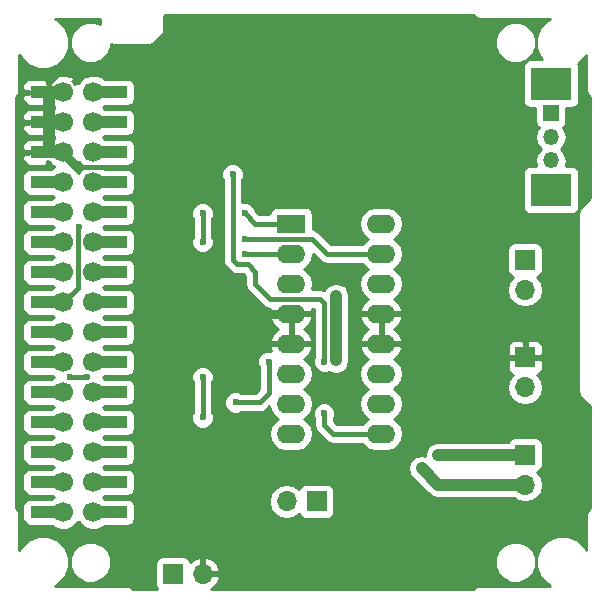
<source format=gbl>
G04 #@! TF.FileFunction,Copper,L2,Bot,Signal*
%FSLAX46Y46*%
G04 Gerber Fmt 4.6, Leading zero omitted, Abs format (unit mm)*
G04 Created by KiCad (PCBNEW 4.0.7) date 09/04/18 00:29:55*
%MOMM*%
%LPD*%
G01*
G04 APERTURE LIST*
%ADD10C,0.100000*%
%ADD11R,1.700000X1.700000*%
%ADD12O,1.700000X1.700000*%
%ADD13R,2.400000X1.600000*%
%ADD14O,2.400000X1.600000*%
%ADD15R,3.500000X2.800000*%
%ADD16R,1.350000X1.350000*%
%ADD17O,1.350000X1.350000*%
%ADD18R,3.150000X1.000000*%
%ADD19C,0.800000*%
%ADD20C,1.700000*%
%ADD21C,0.600000*%
%ADD22C,1.000000*%
%ADD23C,0.750000*%
%ADD24C,0.400000*%
%ADD25C,0.250000*%
%ADD26C,0.254000*%
G04 APERTURE END LIST*
D10*
D11*
X118000000Y-131000000D03*
D12*
X120540000Y-131000000D03*
D11*
X147815000Y-112680000D03*
D12*
X147815000Y-115220000D03*
D13*
X128003000Y-101377000D03*
D14*
X135623000Y-119157000D03*
X128003000Y-103917000D03*
X135623000Y-116617000D03*
X128003000Y-106457000D03*
X135623000Y-114077000D03*
X128003000Y-108997000D03*
X135623000Y-111537000D03*
X128003000Y-111537000D03*
X135623000Y-108997000D03*
X128003000Y-114077000D03*
X135623000Y-106457000D03*
X128003000Y-116617000D03*
X135623000Y-103917000D03*
X128003000Y-119157000D03*
X135623000Y-101377000D03*
D11*
X147815000Y-120935000D03*
D12*
X147815000Y-123475000D03*
D11*
X147815000Y-104425000D03*
D12*
X147815000Y-106965000D03*
D15*
X150000000Y-98500000D03*
D16*
X150000000Y-92000000D03*
D17*
X150000000Y-94000000D03*
X150000000Y-96000000D03*
D15*
X150000000Y-89500000D03*
D11*
X130162000Y-124872000D03*
D12*
X127622000Y-124872000D03*
D18*
X107475000Y-90220000D03*
D19*
X106825000Y-90220000D03*
D18*
X112555000Y-90220000D03*
X107475000Y-92760000D03*
X112555000Y-92760000D03*
X107475000Y-95300000D03*
X112555000Y-95300000D03*
X107475000Y-97840000D03*
X112555000Y-97840000D03*
X107475000Y-100380000D03*
X112555000Y-100380000D03*
X107475000Y-102920000D03*
X112555000Y-102920000D03*
X107475000Y-105460000D03*
X112555000Y-105460000D03*
X107475000Y-108000000D03*
X112555000Y-108000000D03*
X107475000Y-110540000D03*
X112555000Y-110540000D03*
X107475000Y-113080000D03*
X112555000Y-113080000D03*
X107475000Y-115620000D03*
X112555000Y-115620000D03*
X107475000Y-118160000D03*
X112555000Y-118160000D03*
X107475000Y-120700000D03*
X112555000Y-120700000D03*
X107475000Y-123240000D03*
X112555000Y-123240000D03*
X107475000Y-125780000D03*
X112555000Y-125780000D03*
D19*
X106825000Y-92760000D03*
X106825000Y-95300000D03*
X106825000Y-97840000D03*
X106825000Y-100380000D03*
X106825000Y-102920000D03*
X106825000Y-105460000D03*
X106825000Y-108000000D03*
X106825000Y-110540000D03*
X106825000Y-113080000D03*
X106825000Y-115620000D03*
X106825000Y-118160000D03*
X106825000Y-120700000D03*
X106825000Y-123240000D03*
X106825000Y-125780000D03*
X113175000Y-90220000D03*
X113175000Y-92760000D03*
X113175000Y-95300000D03*
X113175000Y-97840000D03*
X113175000Y-100380000D03*
X113175000Y-102920000D03*
X113175000Y-105460000D03*
X113175000Y-108000000D03*
X113175000Y-110540000D03*
X113175000Y-113080000D03*
X113175000Y-115620000D03*
X113175000Y-118160000D03*
X113175000Y-120700000D03*
X113175000Y-123240000D03*
X113175000Y-125780000D03*
D20*
X108730000Y-90220000D03*
X111270000Y-90220000D03*
X108730000Y-92760000D03*
X111270000Y-92760000D03*
X108730000Y-95300000D03*
X111270000Y-95300000D03*
X108730000Y-97840000D03*
X111270000Y-97840000D03*
X108730000Y-100380000D03*
X111270000Y-100380000D03*
X108730000Y-102920000D03*
X111270000Y-102920000D03*
X108730000Y-105460000D03*
X111270000Y-105460000D03*
X108730000Y-108000000D03*
X111270000Y-108000000D03*
X108730000Y-110540000D03*
X111270000Y-110540000D03*
X108730000Y-113080000D03*
X111270000Y-113080000D03*
X108730000Y-115620000D03*
X111270000Y-115620000D03*
X108730000Y-118160000D03*
X111270000Y-118160000D03*
X108730000Y-120700000D03*
X111270000Y-120700000D03*
X108730000Y-123240000D03*
X111270000Y-123240000D03*
X108730000Y-125780000D03*
X111270000Y-125780000D03*
D21*
X118732000Y-92995000D03*
X118681200Y-89845400D03*
X118732000Y-96043000D03*
X121000000Y-96000000D03*
X121000000Y-93000000D03*
X121000000Y-90000000D03*
X129000000Y-131000000D03*
X133000000Y-131000000D03*
X138000000Y-131000000D03*
X142000000Y-131000000D03*
X123558000Y-112045000D03*
X121000000Y-112000000D03*
X118000000Y-112000000D03*
X123558000Y-105949000D03*
X123558000Y-108997000D03*
X121000000Y-106000000D03*
X118000000Y-106000000D03*
X118000000Y-109000000D03*
X121000000Y-109000000D03*
X140703000Y-104298000D03*
X136000000Y-96000000D03*
X136000000Y-93000000D03*
X136000000Y-90000000D03*
X132000000Y-90000000D03*
X132000000Y-93000000D03*
X132000000Y-96000000D03*
X129000000Y-96000000D03*
X129000000Y-93000000D03*
X129000000Y-90000000D03*
X125000000Y-90000000D03*
X125000000Y-93000000D03*
X125000000Y-96000000D03*
X140000000Y-90000000D03*
X140000000Y-93000000D03*
X140000000Y-96000000D03*
X124269200Y-117658400D03*
X124000000Y-125500000D03*
X131813000Y-112934000D03*
X131813000Y-107473000D03*
X120510000Y-117760000D03*
X110731000Y-114331000D03*
X120510000Y-114331000D03*
X109257800Y-114331000D03*
X124116800Y-103891600D03*
X139052000Y-122078000D03*
X140449000Y-120935000D03*
X124066000Y-102647000D03*
X110019800Y-101631000D03*
X124066000Y-100488000D03*
X126098000Y-113035600D03*
X123304000Y-116490000D03*
X130797000Y-113061000D03*
X130797000Y-117379000D03*
X123050000Y-97186000D03*
X120510000Y-102901000D03*
X120510000Y-100488000D03*
D22*
X107475000Y-90220000D02*
X107475000Y-92760000D01*
X107475000Y-92760000D02*
X107475000Y-95300000D01*
D23*
X107475000Y-95300000D02*
X108591000Y-95300000D01*
X108591000Y-95300000D02*
X109867400Y-96576400D01*
X128003000Y-108997000D02*
X115607800Y-108997000D01*
X115125200Y-97135200D02*
X114566400Y-96576400D01*
X115125200Y-108514400D02*
X115125200Y-97135200D01*
X115607800Y-108997000D02*
X115125200Y-108514400D01*
D24*
X114566400Y-96576400D02*
X109867400Y-96576400D01*
X118681200Y-89845400D02*
X118630400Y-89845400D01*
X118732000Y-89896200D02*
X118732000Y-92995000D01*
X118681200Y-89845400D02*
X118732000Y-89896200D01*
X107475000Y-89418400D02*
X107475000Y-90220000D01*
X108927600Y-87965800D02*
X107475000Y-89418400D01*
X116750800Y-87965800D02*
X108927600Y-87965800D01*
X118630400Y-89845400D02*
X116750800Y-87965800D01*
D22*
X108730000Y-95300000D02*
X107475000Y-95300000D01*
D24*
X107475000Y-92760000D02*
X105251000Y-92760000D01*
X105251000Y-92760000D02*
X104889000Y-93122000D01*
X104889000Y-93122000D02*
X104889000Y-95027000D01*
X104889000Y-95027000D02*
X105162000Y-95300000D01*
X105162000Y-95300000D02*
X107475000Y-95300000D01*
X118775000Y-96000000D02*
X121000000Y-96000000D01*
X118732000Y-96043000D02*
X118775000Y-96000000D01*
X121000000Y-90000000D02*
X121000000Y-93000000D01*
D25*
X133000000Y-131000000D02*
X138000000Y-131000000D01*
X129000000Y-131000000D02*
X120540000Y-131000000D01*
X121000000Y-109000000D02*
X121000000Y-112000000D01*
X123558000Y-108997000D02*
X123558000Y-105949000D01*
X121000000Y-109000000D02*
X121000000Y-106000000D01*
X118000000Y-109000000D02*
X118000000Y-106000000D01*
X121003000Y-108997000D02*
X121000000Y-109000000D01*
X128003000Y-108997000D02*
X121003000Y-108997000D01*
X140000000Y-96000000D02*
X140000000Y-103595000D01*
X140000000Y-103595000D02*
X140703000Y-104298000D01*
D24*
X139000000Y-96000000D02*
X140000000Y-96000000D01*
X136000000Y-96000000D02*
X139000000Y-96000000D01*
X136000000Y-90000000D02*
X136000000Y-93000000D01*
X132000000Y-93000000D02*
X132000000Y-90000000D01*
X129000000Y-96000000D02*
X132000000Y-96000000D01*
X129000000Y-90000000D02*
X129000000Y-93000000D01*
X125000000Y-93000000D02*
X125000000Y-90000000D01*
X121000000Y-96000000D02*
X125000000Y-96000000D01*
D25*
X140000000Y-93000000D02*
X140000000Y-90000000D01*
D22*
X131813000Y-112934000D02*
X131813000Y-107473000D01*
D24*
X120510000Y-114331000D02*
X120510000Y-117760000D01*
X109257800Y-114331000D02*
X110731000Y-114331000D01*
X128003000Y-103917000D02*
X124142200Y-103917000D01*
X124142200Y-103917000D02*
X124116800Y-103891600D01*
D25*
X127749000Y-104171000D02*
X128003000Y-103917000D01*
D22*
X147815000Y-123475000D02*
X140449000Y-123475000D01*
X140449000Y-123475000D02*
X139052000Y-122078000D01*
X147815000Y-120935000D02*
X140449000Y-120935000D01*
D24*
X129781000Y-102647000D02*
X124066000Y-102647000D01*
X131051000Y-103917000D02*
X129781000Y-102647000D01*
X135623000Y-103917000D02*
X131051000Y-103917000D01*
X109969000Y-106761000D02*
X108730000Y-108000000D01*
X109969000Y-101681800D02*
X109969000Y-106761000D01*
X110019800Y-101631000D02*
X109969000Y-101681800D01*
X108730000Y-108000000D02*
X107475000Y-108000000D01*
X128003000Y-101377000D02*
X124955000Y-101377000D01*
X124955000Y-101377000D02*
X124066000Y-100488000D01*
X126098000Y-115728000D02*
X126098000Y-113035600D01*
X125336000Y-116490000D02*
X126098000Y-115728000D01*
X123304000Y-116490000D02*
X125336000Y-116490000D01*
X130416000Y-107727000D02*
X126225000Y-107727000D01*
X135623000Y-119157000D02*
X131559000Y-119157000D01*
X130797000Y-108108000D02*
X130416000Y-107727000D01*
X130797000Y-113061000D02*
X130797000Y-108108000D01*
X130797000Y-118395000D02*
X130797000Y-117379000D01*
X131559000Y-119157000D02*
X130797000Y-118395000D01*
X126225000Y-107727000D02*
X124955000Y-106457000D01*
X124955000Y-106457000D02*
X124955000Y-105441000D01*
X124955000Y-105441000D02*
X124320000Y-104806000D01*
X124320000Y-104806000D02*
X123431000Y-104806000D01*
X123431000Y-104806000D02*
X123050000Y-104425000D01*
X123050000Y-104425000D02*
X123050000Y-97186000D01*
X120510000Y-100488000D02*
X120510000Y-102901000D01*
D26*
G36*
X143497954Y-83802046D02*
X143728295Y-83955954D01*
X144000000Y-84010000D01*
X149963500Y-84010000D01*
X149735628Y-84104155D01*
X149106364Y-84732321D01*
X148765389Y-85553481D01*
X148764613Y-86442619D01*
X149104155Y-87264372D01*
X149292015Y-87452560D01*
X148250000Y-87452560D01*
X148014683Y-87496838D01*
X147798559Y-87635910D01*
X147653569Y-87848110D01*
X147602560Y-88100000D01*
X147602560Y-90900000D01*
X147646838Y-91135317D01*
X147785910Y-91351441D01*
X147998110Y-91496431D01*
X148250000Y-91547440D01*
X148677560Y-91547440D01*
X148677560Y-92675000D01*
X148721838Y-92910317D01*
X148860910Y-93126441D01*
X148965177Y-93197683D01*
X148764054Y-93498685D01*
X148664336Y-94000000D01*
X148764054Y-94501315D01*
X149048026Y-94926310D01*
X149158311Y-95000000D01*
X149048026Y-95073690D01*
X148764054Y-95498685D01*
X148664336Y-96000000D01*
X148754356Y-96452560D01*
X148250000Y-96452560D01*
X148014683Y-96496838D01*
X147798559Y-96635910D01*
X147653569Y-96848110D01*
X147602560Y-97100000D01*
X147602560Y-99900000D01*
X147646838Y-100135317D01*
X147785910Y-100351441D01*
X147998110Y-100496431D01*
X148250000Y-100547440D01*
X151750000Y-100547440D01*
X151985317Y-100503162D01*
X152201441Y-100364090D01*
X152346431Y-100151890D01*
X152397440Y-99900000D01*
X152397440Y-97100000D01*
X152353162Y-96864683D01*
X152214090Y-96648559D01*
X152001890Y-96503569D01*
X151750000Y-96452560D01*
X151245644Y-96452560D01*
X151335664Y-96000000D01*
X151235946Y-95498685D01*
X150951974Y-95073690D01*
X150841689Y-95000000D01*
X150951974Y-94926310D01*
X151235946Y-94501315D01*
X151335664Y-94000000D01*
X151235946Y-93498685D01*
X151034992Y-93197936D01*
X151126441Y-93139090D01*
X151271431Y-92926890D01*
X151322440Y-92675000D01*
X151322440Y-91547440D01*
X151750000Y-91547440D01*
X151985317Y-91503162D01*
X152201441Y-91364090D01*
X152346431Y-91151890D01*
X152397440Y-90900000D01*
X152397440Y-88100000D01*
X152353162Y-87864683D01*
X152330644Y-87829689D01*
X152893636Y-87267679D01*
X152990000Y-87035608D01*
X152990000Y-90000000D01*
X153044046Y-90271705D01*
X153197954Y-90502046D01*
X153290000Y-90594092D01*
X153290000Y-99205908D01*
X152497954Y-99997954D01*
X152344046Y-100228295D01*
X152290000Y-100500000D01*
X152290000Y-115500000D01*
X152344046Y-115771705D01*
X152497954Y-116002046D01*
X153290000Y-116794092D01*
X153290000Y-125405908D01*
X153197954Y-125497954D01*
X153044046Y-125728295D01*
X152990000Y-126000000D01*
X152990000Y-128963500D01*
X152895845Y-128735628D01*
X152267679Y-128106364D01*
X151446519Y-127765389D01*
X150557381Y-127764613D01*
X149735628Y-128104155D01*
X149106364Y-128732321D01*
X148765389Y-129553481D01*
X148764613Y-130442619D01*
X149104155Y-131264372D01*
X149732321Y-131893636D01*
X149964392Y-131990000D01*
X144000000Y-131990000D01*
X143728295Y-132044046D01*
X143497954Y-132197954D01*
X143405908Y-132290000D01*
X121262608Y-132290000D01*
X121306924Y-132271645D01*
X121735183Y-131881358D01*
X121981486Y-131356892D01*
X121860819Y-131127000D01*
X120667000Y-131127000D01*
X120667000Y-131147000D01*
X120413000Y-131147000D01*
X120413000Y-131127000D01*
X120393000Y-131127000D01*
X120393000Y-130873000D01*
X120413000Y-130873000D01*
X120413000Y-129679845D01*
X120667000Y-129679845D01*
X120667000Y-130873000D01*
X121860819Y-130873000D01*
X121981486Y-130643108D01*
X121840829Y-130343599D01*
X145264699Y-130343599D01*
X145528281Y-130981515D01*
X146015918Y-131470004D01*
X146653373Y-131734699D01*
X147343599Y-131735301D01*
X147981515Y-131471719D01*
X148470004Y-130984082D01*
X148734699Y-130346627D01*
X148735301Y-129656401D01*
X148471719Y-129018485D01*
X147984082Y-128529996D01*
X147346627Y-128265301D01*
X146656401Y-128264699D01*
X146018485Y-128528281D01*
X145529996Y-129015918D01*
X145265301Y-129653373D01*
X145264699Y-130343599D01*
X121840829Y-130343599D01*
X121735183Y-130118642D01*
X121306924Y-129728355D01*
X120896890Y-129558524D01*
X120667000Y-129679845D01*
X120413000Y-129679845D01*
X120183110Y-129558524D01*
X119773076Y-129728355D01*
X119470063Y-130004501D01*
X119453162Y-129914683D01*
X119314090Y-129698559D01*
X119101890Y-129553569D01*
X118850000Y-129502560D01*
X117150000Y-129502560D01*
X116914683Y-129546838D01*
X116698559Y-129685910D01*
X116553569Y-129898110D01*
X116502560Y-130150000D01*
X116502560Y-131850000D01*
X116546838Y-132085317D01*
X116678548Y-132290000D01*
X114594092Y-132290000D01*
X114502046Y-132197954D01*
X114271705Y-132044046D01*
X114000000Y-131990000D01*
X108036500Y-131990000D01*
X108264372Y-131895845D01*
X108893636Y-131267679D01*
X109234611Y-130446519D01*
X109234700Y-130343599D01*
X109264699Y-130343599D01*
X109528281Y-130981515D01*
X110015918Y-131470004D01*
X110653373Y-131734699D01*
X111343599Y-131735301D01*
X111981515Y-131471719D01*
X112470004Y-130984082D01*
X112734699Y-130346627D01*
X112735301Y-129656401D01*
X112471719Y-129018485D01*
X111984082Y-128529996D01*
X111346627Y-128265301D01*
X110656401Y-128264699D01*
X110018485Y-128528281D01*
X109529996Y-129015918D01*
X109265301Y-129653373D01*
X109264699Y-130343599D01*
X109234700Y-130343599D01*
X109235387Y-129557381D01*
X108895845Y-128735628D01*
X108267679Y-128106364D01*
X107446519Y-127765389D01*
X106557381Y-127764613D01*
X105735628Y-128104155D01*
X105106364Y-128732321D01*
X105010000Y-128964392D01*
X105010000Y-126000000D01*
X104955954Y-125728295D01*
X104802046Y-125497954D01*
X104710000Y-125405908D01*
X104710000Y-97340000D01*
X105252560Y-97340000D01*
X105252560Y-98340000D01*
X105296838Y-98575317D01*
X105435910Y-98791441D01*
X105648110Y-98936431D01*
X105900000Y-98987440D01*
X107777162Y-98987440D01*
X107887717Y-99098188D01*
X107915557Y-99109748D01*
X107889914Y-99120344D01*
X107777502Y-99232560D01*
X105900000Y-99232560D01*
X105664683Y-99276838D01*
X105448559Y-99415910D01*
X105303569Y-99628110D01*
X105252560Y-99880000D01*
X105252560Y-100880000D01*
X105296838Y-101115317D01*
X105435910Y-101331441D01*
X105648110Y-101476431D01*
X105900000Y-101527440D01*
X107777162Y-101527440D01*
X107887717Y-101638188D01*
X107915557Y-101649748D01*
X107889914Y-101660344D01*
X107777502Y-101772560D01*
X105900000Y-101772560D01*
X105664683Y-101816838D01*
X105448559Y-101955910D01*
X105303569Y-102168110D01*
X105252560Y-102420000D01*
X105252560Y-103420000D01*
X105296838Y-103655317D01*
X105435910Y-103871441D01*
X105648110Y-104016431D01*
X105900000Y-104067440D01*
X107777162Y-104067440D01*
X107887717Y-104178188D01*
X107915557Y-104189748D01*
X107889914Y-104200344D01*
X107777502Y-104312560D01*
X105900000Y-104312560D01*
X105664683Y-104356838D01*
X105448559Y-104495910D01*
X105303569Y-104708110D01*
X105252560Y-104960000D01*
X105252560Y-105960000D01*
X105296838Y-106195317D01*
X105435910Y-106411441D01*
X105648110Y-106556431D01*
X105900000Y-106607440D01*
X107777162Y-106607440D01*
X107887717Y-106718188D01*
X107915557Y-106729748D01*
X107889914Y-106740344D01*
X107777502Y-106852560D01*
X105900000Y-106852560D01*
X105664683Y-106896838D01*
X105448559Y-107035910D01*
X105303569Y-107248110D01*
X105252560Y-107500000D01*
X105252560Y-108500000D01*
X105296838Y-108735317D01*
X105435910Y-108951441D01*
X105648110Y-109096431D01*
X105900000Y-109147440D01*
X107777162Y-109147440D01*
X107887717Y-109258188D01*
X107915557Y-109269748D01*
X107889914Y-109280344D01*
X107777502Y-109392560D01*
X105900000Y-109392560D01*
X105664683Y-109436838D01*
X105448559Y-109575910D01*
X105303569Y-109788110D01*
X105252560Y-110040000D01*
X105252560Y-111040000D01*
X105296838Y-111275317D01*
X105435910Y-111491441D01*
X105648110Y-111636431D01*
X105900000Y-111687440D01*
X107777162Y-111687440D01*
X107887717Y-111798188D01*
X107915557Y-111809748D01*
X107889914Y-111820344D01*
X107777502Y-111932560D01*
X105900000Y-111932560D01*
X105664683Y-111976838D01*
X105448559Y-112115910D01*
X105303569Y-112328110D01*
X105252560Y-112580000D01*
X105252560Y-113580000D01*
X105296838Y-113815317D01*
X105435910Y-114031441D01*
X105648110Y-114176431D01*
X105900000Y-114227440D01*
X107777162Y-114227440D01*
X107887717Y-114338188D01*
X107915557Y-114349748D01*
X107889914Y-114360344D01*
X107777502Y-114472560D01*
X105900000Y-114472560D01*
X105664683Y-114516838D01*
X105448559Y-114655910D01*
X105303569Y-114868110D01*
X105252560Y-115120000D01*
X105252560Y-116120000D01*
X105296838Y-116355317D01*
X105435910Y-116571441D01*
X105648110Y-116716431D01*
X105900000Y-116767440D01*
X107777162Y-116767440D01*
X107887717Y-116878188D01*
X107915557Y-116889748D01*
X107889914Y-116900344D01*
X107777502Y-117012560D01*
X105900000Y-117012560D01*
X105664683Y-117056838D01*
X105448559Y-117195910D01*
X105303569Y-117408110D01*
X105252560Y-117660000D01*
X105252560Y-118660000D01*
X105296838Y-118895317D01*
X105435910Y-119111441D01*
X105648110Y-119256431D01*
X105900000Y-119307440D01*
X107777162Y-119307440D01*
X107887717Y-119418188D01*
X107915557Y-119429748D01*
X107889914Y-119440344D01*
X107777502Y-119552560D01*
X105900000Y-119552560D01*
X105664683Y-119596838D01*
X105448559Y-119735910D01*
X105303569Y-119948110D01*
X105252560Y-120200000D01*
X105252560Y-121200000D01*
X105296838Y-121435317D01*
X105435910Y-121651441D01*
X105648110Y-121796431D01*
X105900000Y-121847440D01*
X107777162Y-121847440D01*
X107887717Y-121958188D01*
X107915557Y-121969748D01*
X107889914Y-121980344D01*
X107777502Y-122092560D01*
X105900000Y-122092560D01*
X105664683Y-122136838D01*
X105448559Y-122275910D01*
X105303569Y-122488110D01*
X105252560Y-122740000D01*
X105252560Y-123740000D01*
X105296838Y-123975317D01*
X105435910Y-124191441D01*
X105648110Y-124336431D01*
X105900000Y-124387440D01*
X107777162Y-124387440D01*
X107887717Y-124498188D01*
X107915557Y-124509748D01*
X107889914Y-124520344D01*
X107777502Y-124632560D01*
X105900000Y-124632560D01*
X105664683Y-124676838D01*
X105448559Y-124815910D01*
X105303569Y-125028110D01*
X105252560Y-125280000D01*
X105252560Y-126280000D01*
X105296838Y-126515317D01*
X105435910Y-126731441D01*
X105648110Y-126876431D01*
X105900000Y-126927440D01*
X107777162Y-126927440D01*
X107887717Y-127038188D01*
X108433319Y-127264742D01*
X109024089Y-127265257D01*
X109570086Y-127039656D01*
X109988188Y-126622283D01*
X109999748Y-126594443D01*
X110010344Y-126620086D01*
X110427717Y-127038188D01*
X110973319Y-127264742D01*
X111564089Y-127265257D01*
X112110086Y-127039656D01*
X112222498Y-126927440D01*
X114130000Y-126927440D01*
X114365317Y-126883162D01*
X114581441Y-126744090D01*
X114726431Y-126531890D01*
X114777440Y-126280000D01*
X114777440Y-125280000D01*
X114733162Y-125044683D01*
X114603323Y-124842907D01*
X126137000Y-124842907D01*
X126137000Y-124901093D01*
X126250039Y-125469378D01*
X126571946Y-125951147D01*
X127053715Y-126273054D01*
X127622000Y-126386093D01*
X128190285Y-126273054D01*
X128672054Y-125951147D01*
X128699850Y-125909548D01*
X128708838Y-125957317D01*
X128847910Y-126173441D01*
X129060110Y-126318431D01*
X129312000Y-126369440D01*
X131012000Y-126369440D01*
X131247317Y-126325162D01*
X131463441Y-126186090D01*
X131608431Y-125973890D01*
X131659440Y-125722000D01*
X131659440Y-124022000D01*
X131615162Y-123786683D01*
X131476090Y-123570559D01*
X131263890Y-123425569D01*
X131012000Y-123374560D01*
X129312000Y-123374560D01*
X129076683Y-123418838D01*
X128860559Y-123557910D01*
X128715569Y-123770110D01*
X128701914Y-123837541D01*
X128672054Y-123792853D01*
X128190285Y-123470946D01*
X127622000Y-123357907D01*
X127053715Y-123470946D01*
X126571946Y-123792853D01*
X126250039Y-124274622D01*
X126137000Y-124842907D01*
X114603323Y-124842907D01*
X114594090Y-124828559D01*
X114381890Y-124683569D01*
X114130000Y-124632560D01*
X112222838Y-124632560D01*
X112112283Y-124521812D01*
X112084443Y-124510252D01*
X112110086Y-124499656D01*
X112222498Y-124387440D01*
X114130000Y-124387440D01*
X114365317Y-124343162D01*
X114581441Y-124204090D01*
X114726431Y-123991890D01*
X114777440Y-123740000D01*
X114777440Y-122740000D01*
X114733162Y-122504683D01*
X114594090Y-122288559D01*
X114381890Y-122143569D01*
X114130000Y-122092560D01*
X112222838Y-122092560D01*
X112208304Y-122078000D01*
X137917000Y-122078000D01*
X138003397Y-122512345D01*
X138249434Y-122880566D01*
X139646434Y-124277566D01*
X140014654Y-124523603D01*
X140449000Y-124610000D01*
X146862984Y-124610000D01*
X147217622Y-124846961D01*
X147785907Y-124960000D01*
X147844093Y-124960000D01*
X148412378Y-124846961D01*
X148894147Y-124525054D01*
X149216054Y-124043285D01*
X149329093Y-123475000D01*
X149216054Y-122906715D01*
X148894147Y-122424946D01*
X148852548Y-122397150D01*
X148900317Y-122388162D01*
X149116441Y-122249090D01*
X149261431Y-122036890D01*
X149312440Y-121785000D01*
X149312440Y-120085000D01*
X149268162Y-119849683D01*
X149129090Y-119633559D01*
X148916890Y-119488569D01*
X148665000Y-119437560D01*
X146965000Y-119437560D01*
X146729683Y-119481838D01*
X146513559Y-119620910D01*
X146391192Y-119800000D01*
X140449000Y-119800000D01*
X140014654Y-119886397D01*
X139646434Y-120132434D01*
X139400397Y-120500654D01*
X139314000Y-120935000D01*
X139326450Y-120997592D01*
X139052000Y-120943000D01*
X138617655Y-121029397D01*
X138249434Y-121275434D01*
X138003397Y-121643655D01*
X137917000Y-122078000D01*
X112208304Y-122078000D01*
X112112283Y-121981812D01*
X112084443Y-121970252D01*
X112110086Y-121959656D01*
X112222498Y-121847440D01*
X114130000Y-121847440D01*
X114365317Y-121803162D01*
X114581441Y-121664090D01*
X114726431Y-121451890D01*
X114777440Y-121200000D01*
X114777440Y-120200000D01*
X114733162Y-119964683D01*
X114594090Y-119748559D01*
X114381890Y-119603569D01*
X114130000Y-119552560D01*
X112222838Y-119552560D01*
X112112283Y-119441812D01*
X112084443Y-119430252D01*
X112110086Y-119419656D01*
X112222498Y-119307440D01*
X114130000Y-119307440D01*
X114365317Y-119263162D01*
X114581441Y-119124090D01*
X114726431Y-118911890D01*
X114777440Y-118660000D01*
X114777440Y-117660000D01*
X114733162Y-117424683D01*
X114594090Y-117208559D01*
X114381890Y-117063569D01*
X114130000Y-117012560D01*
X112222838Y-117012560D01*
X112112283Y-116901812D01*
X112084443Y-116890252D01*
X112110086Y-116879656D01*
X112222498Y-116767440D01*
X114130000Y-116767440D01*
X114365317Y-116723162D01*
X114581441Y-116584090D01*
X114726431Y-116371890D01*
X114777440Y-116120000D01*
X114777440Y-115120000D01*
X114733162Y-114884683D01*
X114594090Y-114668559D01*
X114381890Y-114523569D01*
X114345338Y-114516167D01*
X119574838Y-114516167D01*
X119675000Y-114758578D01*
X119675000Y-117332766D01*
X119575162Y-117573201D01*
X119574838Y-117945167D01*
X119716883Y-118288943D01*
X119979673Y-118552192D01*
X120323201Y-118694838D01*
X120695167Y-118695162D01*
X121038943Y-118553117D01*
X121302192Y-118290327D01*
X121444838Y-117946799D01*
X121445162Y-117574833D01*
X121345000Y-117332422D01*
X121345000Y-116675167D01*
X122368838Y-116675167D01*
X122510883Y-117018943D01*
X122773673Y-117282192D01*
X123117201Y-117424838D01*
X123489167Y-117425162D01*
X123731578Y-117325000D01*
X125336000Y-117325000D01*
X125655541Y-117261439D01*
X125926434Y-117080434D01*
X126174825Y-116832043D01*
X126241283Y-117166151D01*
X126552352Y-117631698D01*
X126934438Y-117887000D01*
X126552352Y-118142302D01*
X126241283Y-118607849D01*
X126132050Y-119157000D01*
X126241283Y-119706151D01*
X126552352Y-120171698D01*
X127017899Y-120482767D01*
X127567050Y-120592000D01*
X128438950Y-120592000D01*
X128988101Y-120482767D01*
X129453648Y-120171698D01*
X129764717Y-119706151D01*
X129873950Y-119157000D01*
X129764717Y-118607849D01*
X129453648Y-118142302D01*
X129071562Y-117887000D01*
X129453648Y-117631698D01*
X129498770Y-117564167D01*
X129861838Y-117564167D01*
X129962000Y-117806578D01*
X129962000Y-118395000D01*
X130025561Y-118714541D01*
X130206566Y-118985434D01*
X130968566Y-119747434D01*
X131239460Y-119928440D01*
X131559000Y-119992000D01*
X134052281Y-119992000D01*
X134172352Y-120171698D01*
X134637899Y-120482767D01*
X135187050Y-120592000D01*
X136058950Y-120592000D01*
X136608101Y-120482767D01*
X137073648Y-120171698D01*
X137384717Y-119706151D01*
X137493950Y-119157000D01*
X137384717Y-118607849D01*
X137073648Y-118142302D01*
X136691562Y-117887000D01*
X137073648Y-117631698D01*
X137384717Y-117166151D01*
X137493950Y-116617000D01*
X137384717Y-116067849D01*
X137073648Y-115602302D01*
X136691562Y-115347000D01*
X136881630Y-115220000D01*
X146300907Y-115220000D01*
X146413946Y-115788285D01*
X146735853Y-116270054D01*
X147217622Y-116591961D01*
X147785907Y-116705000D01*
X147844093Y-116705000D01*
X148412378Y-116591961D01*
X148894147Y-116270054D01*
X149216054Y-115788285D01*
X149329093Y-115220000D01*
X149216054Y-114651715D01*
X148894147Y-114169946D01*
X148850223Y-114140597D01*
X149024698Y-114068327D01*
X149203327Y-113889699D01*
X149300000Y-113656310D01*
X149300000Y-112965750D01*
X149141250Y-112807000D01*
X147942000Y-112807000D01*
X147942000Y-112827000D01*
X147688000Y-112827000D01*
X147688000Y-112807000D01*
X146488750Y-112807000D01*
X146330000Y-112965750D01*
X146330000Y-113656310D01*
X146426673Y-113889699D01*
X146605302Y-114068327D01*
X146779777Y-114140597D01*
X146735853Y-114169946D01*
X146413946Y-114651715D01*
X146300907Y-115220000D01*
X136881630Y-115220000D01*
X137073648Y-115091698D01*
X137384717Y-114626151D01*
X137493950Y-114077000D01*
X137384717Y-113527849D01*
X137073648Y-113062302D01*
X136695293Y-112809493D01*
X137127500Y-112461896D01*
X137397367Y-111968819D01*
X137414904Y-111886039D01*
X137314721Y-111703690D01*
X146330000Y-111703690D01*
X146330000Y-112394250D01*
X146488750Y-112553000D01*
X147688000Y-112553000D01*
X147688000Y-111353750D01*
X147942000Y-111353750D01*
X147942000Y-112553000D01*
X149141250Y-112553000D01*
X149300000Y-112394250D01*
X149300000Y-111703690D01*
X149203327Y-111470301D01*
X149024698Y-111291673D01*
X148791309Y-111195000D01*
X148100750Y-111195000D01*
X147942000Y-111353750D01*
X147688000Y-111353750D01*
X147529250Y-111195000D01*
X146838691Y-111195000D01*
X146605302Y-111291673D01*
X146426673Y-111470301D01*
X146330000Y-111703690D01*
X137314721Y-111703690D01*
X137292915Y-111664000D01*
X135750000Y-111664000D01*
X135750000Y-111684000D01*
X135496000Y-111684000D01*
X135496000Y-111664000D01*
X133953085Y-111664000D01*
X133831096Y-111886039D01*
X133848633Y-111968819D01*
X134118500Y-112461896D01*
X134550707Y-112809493D01*
X134172352Y-113062302D01*
X133861283Y-113527849D01*
X133752050Y-114077000D01*
X133861283Y-114626151D01*
X134172352Y-115091698D01*
X134554438Y-115347000D01*
X134172352Y-115602302D01*
X133861283Y-116067849D01*
X133752050Y-116617000D01*
X133861283Y-117166151D01*
X134172352Y-117631698D01*
X134554438Y-117887000D01*
X134172352Y-118142302D01*
X134052281Y-118322000D01*
X131904868Y-118322000D01*
X131632000Y-118049132D01*
X131632000Y-117806234D01*
X131731838Y-117565799D01*
X131732162Y-117193833D01*
X131590117Y-116850057D01*
X131327327Y-116586808D01*
X130983799Y-116444162D01*
X130611833Y-116443838D01*
X130268057Y-116585883D01*
X130004808Y-116848673D01*
X129862162Y-117192201D01*
X129861838Y-117564167D01*
X129498770Y-117564167D01*
X129764717Y-117166151D01*
X129873950Y-116617000D01*
X129764717Y-116067849D01*
X129453648Y-115602302D01*
X129071562Y-115347000D01*
X129453648Y-115091698D01*
X129764717Y-114626151D01*
X129873950Y-114077000D01*
X129764717Y-113527849D01*
X129453648Y-113062302D01*
X129075293Y-112809493D01*
X129507500Y-112461896D01*
X129777367Y-111968819D01*
X129794904Y-111886039D01*
X129672915Y-111664000D01*
X128130000Y-111664000D01*
X128130000Y-111684000D01*
X127876000Y-111684000D01*
X127876000Y-111664000D01*
X126333085Y-111664000D01*
X126211096Y-111886039D01*
X126228633Y-111968819D01*
X126305567Y-112109386D01*
X126284799Y-112100762D01*
X125912833Y-112100438D01*
X125569057Y-112242483D01*
X125305808Y-112505273D01*
X125163162Y-112848801D01*
X125162838Y-113220767D01*
X125263000Y-113463178D01*
X125263000Y-115382132D01*
X124990132Y-115655000D01*
X123731234Y-115655000D01*
X123490799Y-115555162D01*
X123118833Y-115554838D01*
X122775057Y-115696883D01*
X122511808Y-115959673D01*
X122369162Y-116303201D01*
X122368838Y-116675167D01*
X121345000Y-116675167D01*
X121345000Y-114758234D01*
X121444838Y-114517799D01*
X121445162Y-114145833D01*
X121303117Y-113802057D01*
X121040327Y-113538808D01*
X120696799Y-113396162D01*
X120324833Y-113395838D01*
X119981057Y-113537883D01*
X119717808Y-113800673D01*
X119575162Y-114144201D01*
X119574838Y-114516167D01*
X114345338Y-114516167D01*
X114130000Y-114472560D01*
X112222838Y-114472560D01*
X112112283Y-114361812D01*
X112084443Y-114350252D01*
X112110086Y-114339656D01*
X112222498Y-114227440D01*
X114130000Y-114227440D01*
X114365317Y-114183162D01*
X114581441Y-114044090D01*
X114726431Y-113831890D01*
X114777440Y-113580000D01*
X114777440Y-112580000D01*
X114733162Y-112344683D01*
X114594090Y-112128559D01*
X114381890Y-111983569D01*
X114130000Y-111932560D01*
X112222838Y-111932560D01*
X112112283Y-111821812D01*
X112084443Y-111810252D01*
X112110086Y-111799656D01*
X112222498Y-111687440D01*
X114130000Y-111687440D01*
X114365317Y-111643162D01*
X114581441Y-111504090D01*
X114726431Y-111291890D01*
X114777440Y-111040000D01*
X114777440Y-110040000D01*
X114733162Y-109804683D01*
X114594090Y-109588559D01*
X114381890Y-109443569D01*
X114130000Y-109392560D01*
X112222838Y-109392560D01*
X112176399Y-109346039D01*
X126211096Y-109346039D01*
X126228633Y-109428819D01*
X126498500Y-109921896D01*
X126927607Y-110267000D01*
X126498500Y-110612104D01*
X126228633Y-111105181D01*
X126211096Y-111187961D01*
X126333085Y-111410000D01*
X127876000Y-111410000D01*
X127876000Y-109124000D01*
X128130000Y-109124000D01*
X128130000Y-111410000D01*
X129672915Y-111410000D01*
X129794904Y-111187961D01*
X129777367Y-111105181D01*
X129507500Y-110612104D01*
X129078393Y-110267000D01*
X129507500Y-109921896D01*
X129777367Y-109428819D01*
X129794904Y-109346039D01*
X129672915Y-109124000D01*
X128130000Y-109124000D01*
X127876000Y-109124000D01*
X126333085Y-109124000D01*
X126211096Y-109346039D01*
X112176399Y-109346039D01*
X112112283Y-109281812D01*
X112084443Y-109270252D01*
X112110086Y-109259656D01*
X112222498Y-109147440D01*
X114130000Y-109147440D01*
X114365317Y-109103162D01*
X114581441Y-108964090D01*
X114726431Y-108751890D01*
X114777440Y-108500000D01*
X114777440Y-107500000D01*
X114733162Y-107264683D01*
X114594090Y-107048559D01*
X114381890Y-106903569D01*
X114130000Y-106852560D01*
X112222838Y-106852560D01*
X112112283Y-106741812D01*
X112084443Y-106730252D01*
X112110086Y-106719656D01*
X112222498Y-106607440D01*
X114130000Y-106607440D01*
X114365317Y-106563162D01*
X114581441Y-106424090D01*
X114726431Y-106211890D01*
X114777440Y-105960000D01*
X114777440Y-104960000D01*
X114733162Y-104724683D01*
X114594090Y-104508559D01*
X114381890Y-104363569D01*
X114130000Y-104312560D01*
X112222838Y-104312560D01*
X112112283Y-104201812D01*
X112084443Y-104190252D01*
X112110086Y-104179656D01*
X112222498Y-104067440D01*
X114130000Y-104067440D01*
X114365317Y-104023162D01*
X114581441Y-103884090D01*
X114726431Y-103671890D01*
X114777440Y-103420000D01*
X114777440Y-102420000D01*
X114733162Y-102184683D01*
X114594090Y-101968559D01*
X114381890Y-101823569D01*
X114130000Y-101772560D01*
X112222838Y-101772560D01*
X112112283Y-101661812D01*
X112084443Y-101650252D01*
X112110086Y-101639656D01*
X112222498Y-101527440D01*
X114130000Y-101527440D01*
X114365317Y-101483162D01*
X114581441Y-101344090D01*
X114726431Y-101131890D01*
X114777440Y-100880000D01*
X114777440Y-100673167D01*
X119574838Y-100673167D01*
X119675000Y-100915578D01*
X119675000Y-102473766D01*
X119575162Y-102714201D01*
X119574838Y-103086167D01*
X119716883Y-103429943D01*
X119979673Y-103693192D01*
X120323201Y-103835838D01*
X120695167Y-103836162D01*
X121038943Y-103694117D01*
X121302192Y-103431327D01*
X121444838Y-103087799D01*
X121445162Y-102715833D01*
X121345000Y-102473422D01*
X121345000Y-100915234D01*
X121444838Y-100674799D01*
X121445162Y-100302833D01*
X121303117Y-99959057D01*
X121040327Y-99695808D01*
X120696799Y-99553162D01*
X120324833Y-99552838D01*
X119981057Y-99694883D01*
X119717808Y-99957673D01*
X119575162Y-100301201D01*
X119574838Y-100673167D01*
X114777440Y-100673167D01*
X114777440Y-99880000D01*
X114733162Y-99644683D01*
X114594090Y-99428559D01*
X114381890Y-99283569D01*
X114130000Y-99232560D01*
X112222838Y-99232560D01*
X112112283Y-99121812D01*
X112084443Y-99110252D01*
X112110086Y-99099656D01*
X112222498Y-98987440D01*
X114130000Y-98987440D01*
X114365317Y-98943162D01*
X114581441Y-98804090D01*
X114726431Y-98591890D01*
X114777440Y-98340000D01*
X114777440Y-97371167D01*
X122114838Y-97371167D01*
X122215000Y-97613578D01*
X122215000Y-104425000D01*
X122278561Y-104744541D01*
X122422526Y-104960000D01*
X122459566Y-105015434D01*
X122840566Y-105396434D01*
X123111459Y-105577439D01*
X123431000Y-105641000D01*
X123974132Y-105641000D01*
X124120000Y-105786868D01*
X124120000Y-106457000D01*
X124183561Y-106776541D01*
X124309606Y-106965180D01*
X124364566Y-107047434D01*
X125634566Y-108317434D01*
X125905459Y-108498439D01*
X126225000Y-108562000D01*
X126230374Y-108562000D01*
X126228633Y-108565181D01*
X126211096Y-108647961D01*
X126333085Y-108870000D01*
X127876000Y-108870000D01*
X127876000Y-108850000D01*
X128130000Y-108850000D01*
X128130000Y-108870000D01*
X129672915Y-108870000D01*
X129794904Y-108647961D01*
X129777367Y-108565181D01*
X129775626Y-108562000D01*
X129962000Y-108562000D01*
X129962000Y-112633766D01*
X129862162Y-112874201D01*
X129861838Y-113246167D01*
X130003883Y-113589943D01*
X130266673Y-113853192D01*
X130610201Y-113995838D01*
X130982167Y-113996162D01*
X131239695Y-113889754D01*
X131378654Y-113982603D01*
X131813000Y-114069000D01*
X132247346Y-113982603D01*
X132615566Y-113736566D01*
X132861603Y-113368346D01*
X132948000Y-112934000D01*
X132948000Y-109346039D01*
X133831096Y-109346039D01*
X133848633Y-109428819D01*
X134118500Y-109921896D01*
X134547607Y-110267000D01*
X134118500Y-110612104D01*
X133848633Y-111105181D01*
X133831096Y-111187961D01*
X133953085Y-111410000D01*
X135496000Y-111410000D01*
X135496000Y-109124000D01*
X135750000Y-109124000D01*
X135750000Y-111410000D01*
X137292915Y-111410000D01*
X137414904Y-111187961D01*
X137397367Y-111105181D01*
X137127500Y-110612104D01*
X136698393Y-110267000D01*
X137127500Y-109921896D01*
X137397367Y-109428819D01*
X137414904Y-109346039D01*
X137292915Y-109124000D01*
X135750000Y-109124000D01*
X135496000Y-109124000D01*
X133953085Y-109124000D01*
X133831096Y-109346039D01*
X132948000Y-109346039D01*
X132948000Y-107473000D01*
X132861603Y-107038654D01*
X132615566Y-106670434D01*
X132247346Y-106424397D01*
X131813000Y-106338000D01*
X131378654Y-106424397D01*
X131010434Y-106670434D01*
X130793874Y-106994538D01*
X130735541Y-106955561D01*
X130416000Y-106892000D01*
X129787423Y-106892000D01*
X129873950Y-106457000D01*
X129764717Y-105907849D01*
X129453648Y-105442302D01*
X129071562Y-105187000D01*
X129453648Y-104931698D01*
X129764717Y-104466151D01*
X129873317Y-103920185D01*
X130460566Y-104507434D01*
X130731459Y-104688439D01*
X131051000Y-104752000D01*
X134052281Y-104752000D01*
X134172352Y-104931698D01*
X134554438Y-105187000D01*
X134172352Y-105442302D01*
X133861283Y-105907849D01*
X133752050Y-106457000D01*
X133861283Y-107006151D01*
X134172352Y-107471698D01*
X134550707Y-107724507D01*
X134118500Y-108072104D01*
X133848633Y-108565181D01*
X133831096Y-108647961D01*
X133953085Y-108870000D01*
X135496000Y-108870000D01*
X135496000Y-108850000D01*
X135750000Y-108850000D01*
X135750000Y-108870000D01*
X137292915Y-108870000D01*
X137414904Y-108647961D01*
X137397367Y-108565181D01*
X137127500Y-108072104D01*
X136695293Y-107724507D01*
X137073648Y-107471698D01*
X137384717Y-107006151D01*
X137392902Y-106965000D01*
X146300907Y-106965000D01*
X146413946Y-107533285D01*
X146735853Y-108015054D01*
X147217622Y-108336961D01*
X147785907Y-108450000D01*
X147844093Y-108450000D01*
X148412378Y-108336961D01*
X148894147Y-108015054D01*
X149216054Y-107533285D01*
X149329093Y-106965000D01*
X149216054Y-106396715D01*
X148894147Y-105914946D01*
X148852548Y-105887150D01*
X148900317Y-105878162D01*
X149116441Y-105739090D01*
X149261431Y-105526890D01*
X149312440Y-105275000D01*
X149312440Y-103575000D01*
X149268162Y-103339683D01*
X149129090Y-103123559D01*
X148916890Y-102978569D01*
X148665000Y-102927560D01*
X146965000Y-102927560D01*
X146729683Y-102971838D01*
X146513559Y-103110910D01*
X146368569Y-103323110D01*
X146317560Y-103575000D01*
X146317560Y-105275000D01*
X146361838Y-105510317D01*
X146500910Y-105726441D01*
X146713110Y-105871431D01*
X146780541Y-105885086D01*
X146735853Y-105914946D01*
X146413946Y-106396715D01*
X146300907Y-106965000D01*
X137392902Y-106965000D01*
X137493950Y-106457000D01*
X137384717Y-105907849D01*
X137073648Y-105442302D01*
X136691562Y-105187000D01*
X137073648Y-104931698D01*
X137384717Y-104466151D01*
X137493950Y-103917000D01*
X137384717Y-103367849D01*
X137073648Y-102902302D01*
X136691562Y-102647000D01*
X137073648Y-102391698D01*
X137384717Y-101926151D01*
X137493950Y-101377000D01*
X137384717Y-100827849D01*
X137073648Y-100362302D01*
X136608101Y-100051233D01*
X136058950Y-99942000D01*
X135187050Y-99942000D01*
X134637899Y-100051233D01*
X134172352Y-100362302D01*
X133861283Y-100827849D01*
X133752050Y-101377000D01*
X133861283Y-101926151D01*
X134172352Y-102391698D01*
X134554438Y-102647000D01*
X134172352Y-102902302D01*
X134052281Y-103082000D01*
X131396868Y-103082000D01*
X130371434Y-102056566D01*
X130239722Y-101968559D01*
X130100541Y-101875561D01*
X129850440Y-101825813D01*
X129850440Y-100577000D01*
X129806162Y-100341683D01*
X129667090Y-100125559D01*
X129454890Y-99980569D01*
X129203000Y-99929560D01*
X126803000Y-99929560D01*
X126567683Y-99973838D01*
X126351559Y-100112910D01*
X126206569Y-100325110D01*
X126162648Y-100542000D01*
X125300868Y-100542000D01*
X124958535Y-100199667D01*
X124859117Y-99959057D01*
X124596327Y-99695808D01*
X124252799Y-99553162D01*
X123885000Y-99552842D01*
X123885000Y-97613234D01*
X123984838Y-97372799D01*
X123985162Y-97000833D01*
X123843117Y-96657057D01*
X123580327Y-96393808D01*
X123236799Y-96251162D01*
X122864833Y-96250838D01*
X122521057Y-96392883D01*
X122257808Y-96655673D01*
X122115162Y-96999201D01*
X122114838Y-97371167D01*
X114777440Y-97371167D01*
X114777440Y-97340000D01*
X114733162Y-97104683D01*
X114594090Y-96888559D01*
X114381890Y-96743569D01*
X114130000Y-96692560D01*
X112222838Y-96692560D01*
X112112283Y-96581812D01*
X112084443Y-96570252D01*
X112110086Y-96559656D01*
X112222498Y-96447440D01*
X114130000Y-96447440D01*
X114365317Y-96403162D01*
X114581441Y-96264090D01*
X114726431Y-96051890D01*
X114777440Y-95800000D01*
X114777440Y-94800000D01*
X114733162Y-94564683D01*
X114594090Y-94348559D01*
X114381890Y-94203569D01*
X114130000Y-94152560D01*
X112222838Y-94152560D01*
X112112283Y-94041812D01*
X112084443Y-94030252D01*
X112110086Y-94019656D01*
X112222498Y-93907440D01*
X114130000Y-93907440D01*
X114365317Y-93863162D01*
X114581441Y-93724090D01*
X114726431Y-93511890D01*
X114777440Y-93260000D01*
X114777440Y-92260000D01*
X114733162Y-92024683D01*
X114594090Y-91808559D01*
X114381890Y-91663569D01*
X114130000Y-91612560D01*
X112222838Y-91612560D01*
X112112283Y-91501812D01*
X112084443Y-91490252D01*
X112110086Y-91479656D01*
X112222498Y-91367440D01*
X114130000Y-91367440D01*
X114365317Y-91323162D01*
X114581441Y-91184090D01*
X114726431Y-90971890D01*
X114777440Y-90720000D01*
X114777440Y-89720000D01*
X114733162Y-89484683D01*
X114594090Y-89268559D01*
X114381890Y-89123569D01*
X114130000Y-89072560D01*
X112222838Y-89072560D01*
X112112283Y-88961812D01*
X111566681Y-88735258D01*
X110975911Y-88734743D01*
X110429914Y-88960344D01*
X110011812Y-89377717D01*
X109992049Y-89425312D01*
X109773958Y-89355647D01*
X109641334Y-89488271D01*
X109588327Y-89360301D01*
X109499210Y-89271185D01*
X109594353Y-89176042D01*
X109514080Y-88924741D01*
X108958721Y-88723282D01*
X108368542Y-88749685D01*
X107945920Y-88924741D01*
X107894729Y-89085000D01*
X107760750Y-89085000D01*
X107602000Y-89243750D01*
X107602000Y-89382493D01*
X107506778Y-89412910D01*
X107479630Y-89385762D01*
X107362745Y-89502647D01*
X107348000Y-89380483D01*
X107348000Y-89243750D01*
X107189250Y-89085000D01*
X105773691Y-89085000D01*
X105540302Y-89181673D01*
X105361673Y-89360301D01*
X105265000Y-89593690D01*
X105265000Y-89934250D01*
X105423750Y-90093000D01*
X105778600Y-90093000D01*
X105776691Y-90098931D01*
X105796921Y-90347000D01*
X105423750Y-90347000D01*
X105265000Y-90505750D01*
X105265000Y-90846310D01*
X105361673Y-91079699D01*
X105540302Y-91258327D01*
X105773691Y-91355000D01*
X107189250Y-91355000D01*
X107348000Y-91196250D01*
X107348000Y-91059517D01*
X107362745Y-90937353D01*
X107479630Y-91054238D01*
X107506778Y-91027090D01*
X107602000Y-91057507D01*
X107602000Y-91196250D01*
X107760750Y-91355000D01*
X107894729Y-91355000D01*
X107937852Y-91490000D01*
X107894729Y-91625000D01*
X107760750Y-91625000D01*
X107602000Y-91783750D01*
X107602000Y-91922493D01*
X107506778Y-91952910D01*
X107479630Y-91925762D01*
X107362745Y-92042647D01*
X107348000Y-91920483D01*
X107348000Y-91783750D01*
X107189250Y-91625000D01*
X105773691Y-91625000D01*
X105540302Y-91721673D01*
X105361673Y-91900301D01*
X105265000Y-92133690D01*
X105265000Y-92474250D01*
X105423750Y-92633000D01*
X105778600Y-92633000D01*
X105776691Y-92638931D01*
X105796921Y-92887000D01*
X105423750Y-92887000D01*
X105265000Y-93045750D01*
X105265000Y-93386310D01*
X105361673Y-93619699D01*
X105540302Y-93798327D01*
X105773691Y-93895000D01*
X107189250Y-93895000D01*
X107348000Y-93736250D01*
X107348000Y-93599517D01*
X107362745Y-93477353D01*
X107479630Y-93594238D01*
X107506778Y-93567090D01*
X107602000Y-93597507D01*
X107602000Y-93736250D01*
X107760750Y-93895000D01*
X107894729Y-93895000D01*
X107937852Y-94030000D01*
X107894729Y-94165000D01*
X107760750Y-94165000D01*
X107602000Y-94323750D01*
X107602000Y-94462493D01*
X107506778Y-94492910D01*
X107479630Y-94465762D01*
X107362745Y-94582647D01*
X107348000Y-94460483D01*
X107348000Y-94323750D01*
X107189250Y-94165000D01*
X105773691Y-94165000D01*
X105540302Y-94261673D01*
X105361673Y-94440301D01*
X105265000Y-94673690D01*
X105265000Y-95014250D01*
X105423750Y-95173000D01*
X105778600Y-95173000D01*
X105776691Y-95178931D01*
X105796921Y-95427000D01*
X105423750Y-95427000D01*
X105265000Y-95585750D01*
X105265000Y-95926310D01*
X105361673Y-96159699D01*
X105540302Y-96338327D01*
X105773691Y-96435000D01*
X107189250Y-96435000D01*
X107348000Y-96276250D01*
X107348000Y-96139517D01*
X107362745Y-96017353D01*
X107479630Y-96134238D01*
X107506778Y-96107090D01*
X107602000Y-96137507D01*
X107602000Y-96276250D01*
X107760750Y-96435000D01*
X107894729Y-96435000D01*
X107935181Y-96561640D01*
X107889914Y-96580344D01*
X107777502Y-96692560D01*
X105900000Y-96692560D01*
X105664683Y-96736838D01*
X105448559Y-96875910D01*
X105303569Y-97088110D01*
X105252560Y-97340000D01*
X104710000Y-97340000D01*
X104710000Y-90594092D01*
X104802046Y-90502046D01*
X104955954Y-90271705D01*
X105010000Y-90000000D01*
X105010000Y-87036500D01*
X105104155Y-87264372D01*
X105732321Y-87893636D01*
X106553481Y-88234611D01*
X107442619Y-88235387D01*
X108264372Y-87895845D01*
X108893636Y-87267679D01*
X109234611Y-86446519D01*
X109235387Y-85557381D01*
X108895845Y-84735628D01*
X108267679Y-84106364D01*
X108035608Y-84010000D01*
X111790000Y-84010000D01*
X111790000Y-84449406D01*
X111346627Y-84265301D01*
X110656401Y-84264699D01*
X110018485Y-84528281D01*
X109529996Y-85015918D01*
X109265301Y-85653373D01*
X109264699Y-86343599D01*
X109528281Y-86981515D01*
X110015918Y-87470004D01*
X110653373Y-87734699D01*
X111343599Y-87735301D01*
X111981515Y-87471719D01*
X112470004Y-86984082D01*
X112734699Y-86346627D01*
X112734701Y-86343599D01*
X145264699Y-86343599D01*
X145528281Y-86981515D01*
X146015918Y-87470004D01*
X146653373Y-87734699D01*
X147343599Y-87735301D01*
X147981515Y-87471719D01*
X148470004Y-86984082D01*
X148734699Y-86346627D01*
X148735301Y-85656401D01*
X148471719Y-85018485D01*
X147984082Y-84529996D01*
X147346627Y-84265301D01*
X146656401Y-84264699D01*
X146018485Y-84528281D01*
X145529996Y-85015918D01*
X145265301Y-85653373D01*
X145264699Y-86343599D01*
X112734701Y-86343599D01*
X112734864Y-86157261D01*
X113000000Y-86210000D01*
X116000000Y-86210000D01*
X116271705Y-86155954D01*
X116502046Y-86002046D01*
X117002046Y-85502046D01*
X117155954Y-85271705D01*
X117210000Y-85000000D01*
X117210000Y-83794092D01*
X117294092Y-83710000D01*
X143405908Y-83710000D01*
X143497954Y-83802046D01*
X143497954Y-83802046D01*
G37*
X143497954Y-83802046D02*
X143728295Y-83955954D01*
X144000000Y-84010000D01*
X149963500Y-84010000D01*
X149735628Y-84104155D01*
X149106364Y-84732321D01*
X148765389Y-85553481D01*
X148764613Y-86442619D01*
X149104155Y-87264372D01*
X149292015Y-87452560D01*
X148250000Y-87452560D01*
X148014683Y-87496838D01*
X147798559Y-87635910D01*
X147653569Y-87848110D01*
X147602560Y-88100000D01*
X147602560Y-90900000D01*
X147646838Y-91135317D01*
X147785910Y-91351441D01*
X147998110Y-91496431D01*
X148250000Y-91547440D01*
X148677560Y-91547440D01*
X148677560Y-92675000D01*
X148721838Y-92910317D01*
X148860910Y-93126441D01*
X148965177Y-93197683D01*
X148764054Y-93498685D01*
X148664336Y-94000000D01*
X148764054Y-94501315D01*
X149048026Y-94926310D01*
X149158311Y-95000000D01*
X149048026Y-95073690D01*
X148764054Y-95498685D01*
X148664336Y-96000000D01*
X148754356Y-96452560D01*
X148250000Y-96452560D01*
X148014683Y-96496838D01*
X147798559Y-96635910D01*
X147653569Y-96848110D01*
X147602560Y-97100000D01*
X147602560Y-99900000D01*
X147646838Y-100135317D01*
X147785910Y-100351441D01*
X147998110Y-100496431D01*
X148250000Y-100547440D01*
X151750000Y-100547440D01*
X151985317Y-100503162D01*
X152201441Y-100364090D01*
X152346431Y-100151890D01*
X152397440Y-99900000D01*
X152397440Y-97100000D01*
X152353162Y-96864683D01*
X152214090Y-96648559D01*
X152001890Y-96503569D01*
X151750000Y-96452560D01*
X151245644Y-96452560D01*
X151335664Y-96000000D01*
X151235946Y-95498685D01*
X150951974Y-95073690D01*
X150841689Y-95000000D01*
X150951974Y-94926310D01*
X151235946Y-94501315D01*
X151335664Y-94000000D01*
X151235946Y-93498685D01*
X151034992Y-93197936D01*
X151126441Y-93139090D01*
X151271431Y-92926890D01*
X151322440Y-92675000D01*
X151322440Y-91547440D01*
X151750000Y-91547440D01*
X151985317Y-91503162D01*
X152201441Y-91364090D01*
X152346431Y-91151890D01*
X152397440Y-90900000D01*
X152397440Y-88100000D01*
X152353162Y-87864683D01*
X152330644Y-87829689D01*
X152893636Y-87267679D01*
X152990000Y-87035608D01*
X152990000Y-90000000D01*
X153044046Y-90271705D01*
X153197954Y-90502046D01*
X153290000Y-90594092D01*
X153290000Y-99205908D01*
X152497954Y-99997954D01*
X152344046Y-100228295D01*
X152290000Y-100500000D01*
X152290000Y-115500000D01*
X152344046Y-115771705D01*
X152497954Y-116002046D01*
X153290000Y-116794092D01*
X153290000Y-125405908D01*
X153197954Y-125497954D01*
X153044046Y-125728295D01*
X152990000Y-126000000D01*
X152990000Y-128963500D01*
X152895845Y-128735628D01*
X152267679Y-128106364D01*
X151446519Y-127765389D01*
X150557381Y-127764613D01*
X149735628Y-128104155D01*
X149106364Y-128732321D01*
X148765389Y-129553481D01*
X148764613Y-130442619D01*
X149104155Y-131264372D01*
X149732321Y-131893636D01*
X149964392Y-131990000D01*
X144000000Y-131990000D01*
X143728295Y-132044046D01*
X143497954Y-132197954D01*
X143405908Y-132290000D01*
X121262608Y-132290000D01*
X121306924Y-132271645D01*
X121735183Y-131881358D01*
X121981486Y-131356892D01*
X121860819Y-131127000D01*
X120667000Y-131127000D01*
X120667000Y-131147000D01*
X120413000Y-131147000D01*
X120413000Y-131127000D01*
X120393000Y-131127000D01*
X120393000Y-130873000D01*
X120413000Y-130873000D01*
X120413000Y-129679845D01*
X120667000Y-129679845D01*
X120667000Y-130873000D01*
X121860819Y-130873000D01*
X121981486Y-130643108D01*
X121840829Y-130343599D01*
X145264699Y-130343599D01*
X145528281Y-130981515D01*
X146015918Y-131470004D01*
X146653373Y-131734699D01*
X147343599Y-131735301D01*
X147981515Y-131471719D01*
X148470004Y-130984082D01*
X148734699Y-130346627D01*
X148735301Y-129656401D01*
X148471719Y-129018485D01*
X147984082Y-128529996D01*
X147346627Y-128265301D01*
X146656401Y-128264699D01*
X146018485Y-128528281D01*
X145529996Y-129015918D01*
X145265301Y-129653373D01*
X145264699Y-130343599D01*
X121840829Y-130343599D01*
X121735183Y-130118642D01*
X121306924Y-129728355D01*
X120896890Y-129558524D01*
X120667000Y-129679845D01*
X120413000Y-129679845D01*
X120183110Y-129558524D01*
X119773076Y-129728355D01*
X119470063Y-130004501D01*
X119453162Y-129914683D01*
X119314090Y-129698559D01*
X119101890Y-129553569D01*
X118850000Y-129502560D01*
X117150000Y-129502560D01*
X116914683Y-129546838D01*
X116698559Y-129685910D01*
X116553569Y-129898110D01*
X116502560Y-130150000D01*
X116502560Y-131850000D01*
X116546838Y-132085317D01*
X116678548Y-132290000D01*
X114594092Y-132290000D01*
X114502046Y-132197954D01*
X114271705Y-132044046D01*
X114000000Y-131990000D01*
X108036500Y-131990000D01*
X108264372Y-131895845D01*
X108893636Y-131267679D01*
X109234611Y-130446519D01*
X109234700Y-130343599D01*
X109264699Y-130343599D01*
X109528281Y-130981515D01*
X110015918Y-131470004D01*
X110653373Y-131734699D01*
X111343599Y-131735301D01*
X111981515Y-131471719D01*
X112470004Y-130984082D01*
X112734699Y-130346627D01*
X112735301Y-129656401D01*
X112471719Y-129018485D01*
X111984082Y-128529996D01*
X111346627Y-128265301D01*
X110656401Y-128264699D01*
X110018485Y-128528281D01*
X109529996Y-129015918D01*
X109265301Y-129653373D01*
X109264699Y-130343599D01*
X109234700Y-130343599D01*
X109235387Y-129557381D01*
X108895845Y-128735628D01*
X108267679Y-128106364D01*
X107446519Y-127765389D01*
X106557381Y-127764613D01*
X105735628Y-128104155D01*
X105106364Y-128732321D01*
X105010000Y-128964392D01*
X105010000Y-126000000D01*
X104955954Y-125728295D01*
X104802046Y-125497954D01*
X104710000Y-125405908D01*
X104710000Y-97340000D01*
X105252560Y-97340000D01*
X105252560Y-98340000D01*
X105296838Y-98575317D01*
X105435910Y-98791441D01*
X105648110Y-98936431D01*
X105900000Y-98987440D01*
X107777162Y-98987440D01*
X107887717Y-99098188D01*
X107915557Y-99109748D01*
X107889914Y-99120344D01*
X107777502Y-99232560D01*
X105900000Y-99232560D01*
X105664683Y-99276838D01*
X105448559Y-99415910D01*
X105303569Y-99628110D01*
X105252560Y-99880000D01*
X105252560Y-100880000D01*
X105296838Y-101115317D01*
X105435910Y-101331441D01*
X105648110Y-101476431D01*
X105900000Y-101527440D01*
X107777162Y-101527440D01*
X107887717Y-101638188D01*
X107915557Y-101649748D01*
X107889914Y-101660344D01*
X107777502Y-101772560D01*
X105900000Y-101772560D01*
X105664683Y-101816838D01*
X105448559Y-101955910D01*
X105303569Y-102168110D01*
X105252560Y-102420000D01*
X105252560Y-103420000D01*
X105296838Y-103655317D01*
X105435910Y-103871441D01*
X105648110Y-104016431D01*
X105900000Y-104067440D01*
X107777162Y-104067440D01*
X107887717Y-104178188D01*
X107915557Y-104189748D01*
X107889914Y-104200344D01*
X107777502Y-104312560D01*
X105900000Y-104312560D01*
X105664683Y-104356838D01*
X105448559Y-104495910D01*
X105303569Y-104708110D01*
X105252560Y-104960000D01*
X105252560Y-105960000D01*
X105296838Y-106195317D01*
X105435910Y-106411441D01*
X105648110Y-106556431D01*
X105900000Y-106607440D01*
X107777162Y-106607440D01*
X107887717Y-106718188D01*
X107915557Y-106729748D01*
X107889914Y-106740344D01*
X107777502Y-106852560D01*
X105900000Y-106852560D01*
X105664683Y-106896838D01*
X105448559Y-107035910D01*
X105303569Y-107248110D01*
X105252560Y-107500000D01*
X105252560Y-108500000D01*
X105296838Y-108735317D01*
X105435910Y-108951441D01*
X105648110Y-109096431D01*
X105900000Y-109147440D01*
X107777162Y-109147440D01*
X107887717Y-109258188D01*
X107915557Y-109269748D01*
X107889914Y-109280344D01*
X107777502Y-109392560D01*
X105900000Y-109392560D01*
X105664683Y-109436838D01*
X105448559Y-109575910D01*
X105303569Y-109788110D01*
X105252560Y-110040000D01*
X105252560Y-111040000D01*
X105296838Y-111275317D01*
X105435910Y-111491441D01*
X105648110Y-111636431D01*
X105900000Y-111687440D01*
X107777162Y-111687440D01*
X107887717Y-111798188D01*
X107915557Y-111809748D01*
X107889914Y-111820344D01*
X107777502Y-111932560D01*
X105900000Y-111932560D01*
X105664683Y-111976838D01*
X105448559Y-112115910D01*
X105303569Y-112328110D01*
X105252560Y-112580000D01*
X105252560Y-113580000D01*
X105296838Y-113815317D01*
X105435910Y-114031441D01*
X105648110Y-114176431D01*
X105900000Y-114227440D01*
X107777162Y-114227440D01*
X107887717Y-114338188D01*
X107915557Y-114349748D01*
X107889914Y-114360344D01*
X107777502Y-114472560D01*
X105900000Y-114472560D01*
X105664683Y-114516838D01*
X105448559Y-114655910D01*
X105303569Y-114868110D01*
X105252560Y-115120000D01*
X105252560Y-116120000D01*
X105296838Y-116355317D01*
X105435910Y-116571441D01*
X105648110Y-116716431D01*
X105900000Y-116767440D01*
X107777162Y-116767440D01*
X107887717Y-116878188D01*
X107915557Y-116889748D01*
X107889914Y-116900344D01*
X107777502Y-117012560D01*
X105900000Y-117012560D01*
X105664683Y-117056838D01*
X105448559Y-117195910D01*
X105303569Y-117408110D01*
X105252560Y-117660000D01*
X105252560Y-118660000D01*
X105296838Y-118895317D01*
X105435910Y-119111441D01*
X105648110Y-119256431D01*
X105900000Y-119307440D01*
X107777162Y-119307440D01*
X107887717Y-119418188D01*
X107915557Y-119429748D01*
X107889914Y-119440344D01*
X107777502Y-119552560D01*
X105900000Y-119552560D01*
X105664683Y-119596838D01*
X105448559Y-119735910D01*
X105303569Y-119948110D01*
X105252560Y-120200000D01*
X105252560Y-121200000D01*
X105296838Y-121435317D01*
X105435910Y-121651441D01*
X105648110Y-121796431D01*
X105900000Y-121847440D01*
X107777162Y-121847440D01*
X107887717Y-121958188D01*
X107915557Y-121969748D01*
X107889914Y-121980344D01*
X107777502Y-122092560D01*
X105900000Y-122092560D01*
X105664683Y-122136838D01*
X105448559Y-122275910D01*
X105303569Y-122488110D01*
X105252560Y-122740000D01*
X105252560Y-123740000D01*
X105296838Y-123975317D01*
X105435910Y-124191441D01*
X105648110Y-124336431D01*
X105900000Y-124387440D01*
X107777162Y-124387440D01*
X107887717Y-124498188D01*
X107915557Y-124509748D01*
X107889914Y-124520344D01*
X107777502Y-124632560D01*
X105900000Y-124632560D01*
X105664683Y-124676838D01*
X105448559Y-124815910D01*
X105303569Y-125028110D01*
X105252560Y-125280000D01*
X105252560Y-126280000D01*
X105296838Y-126515317D01*
X105435910Y-126731441D01*
X105648110Y-126876431D01*
X105900000Y-126927440D01*
X107777162Y-126927440D01*
X107887717Y-127038188D01*
X108433319Y-127264742D01*
X109024089Y-127265257D01*
X109570086Y-127039656D01*
X109988188Y-126622283D01*
X109999748Y-126594443D01*
X110010344Y-126620086D01*
X110427717Y-127038188D01*
X110973319Y-127264742D01*
X111564089Y-127265257D01*
X112110086Y-127039656D01*
X112222498Y-126927440D01*
X114130000Y-126927440D01*
X114365317Y-126883162D01*
X114581441Y-126744090D01*
X114726431Y-126531890D01*
X114777440Y-126280000D01*
X114777440Y-125280000D01*
X114733162Y-125044683D01*
X114603323Y-124842907D01*
X126137000Y-124842907D01*
X126137000Y-124901093D01*
X126250039Y-125469378D01*
X126571946Y-125951147D01*
X127053715Y-126273054D01*
X127622000Y-126386093D01*
X128190285Y-126273054D01*
X128672054Y-125951147D01*
X128699850Y-125909548D01*
X128708838Y-125957317D01*
X128847910Y-126173441D01*
X129060110Y-126318431D01*
X129312000Y-126369440D01*
X131012000Y-126369440D01*
X131247317Y-126325162D01*
X131463441Y-126186090D01*
X131608431Y-125973890D01*
X131659440Y-125722000D01*
X131659440Y-124022000D01*
X131615162Y-123786683D01*
X131476090Y-123570559D01*
X131263890Y-123425569D01*
X131012000Y-123374560D01*
X129312000Y-123374560D01*
X129076683Y-123418838D01*
X128860559Y-123557910D01*
X128715569Y-123770110D01*
X128701914Y-123837541D01*
X128672054Y-123792853D01*
X128190285Y-123470946D01*
X127622000Y-123357907D01*
X127053715Y-123470946D01*
X126571946Y-123792853D01*
X126250039Y-124274622D01*
X126137000Y-124842907D01*
X114603323Y-124842907D01*
X114594090Y-124828559D01*
X114381890Y-124683569D01*
X114130000Y-124632560D01*
X112222838Y-124632560D01*
X112112283Y-124521812D01*
X112084443Y-124510252D01*
X112110086Y-124499656D01*
X112222498Y-124387440D01*
X114130000Y-124387440D01*
X114365317Y-124343162D01*
X114581441Y-124204090D01*
X114726431Y-123991890D01*
X114777440Y-123740000D01*
X114777440Y-122740000D01*
X114733162Y-122504683D01*
X114594090Y-122288559D01*
X114381890Y-122143569D01*
X114130000Y-122092560D01*
X112222838Y-122092560D01*
X112208304Y-122078000D01*
X137917000Y-122078000D01*
X138003397Y-122512345D01*
X138249434Y-122880566D01*
X139646434Y-124277566D01*
X140014654Y-124523603D01*
X140449000Y-124610000D01*
X146862984Y-124610000D01*
X147217622Y-124846961D01*
X147785907Y-124960000D01*
X147844093Y-124960000D01*
X148412378Y-124846961D01*
X148894147Y-124525054D01*
X149216054Y-124043285D01*
X149329093Y-123475000D01*
X149216054Y-122906715D01*
X148894147Y-122424946D01*
X148852548Y-122397150D01*
X148900317Y-122388162D01*
X149116441Y-122249090D01*
X149261431Y-122036890D01*
X149312440Y-121785000D01*
X149312440Y-120085000D01*
X149268162Y-119849683D01*
X149129090Y-119633559D01*
X148916890Y-119488569D01*
X148665000Y-119437560D01*
X146965000Y-119437560D01*
X146729683Y-119481838D01*
X146513559Y-119620910D01*
X146391192Y-119800000D01*
X140449000Y-119800000D01*
X140014654Y-119886397D01*
X139646434Y-120132434D01*
X139400397Y-120500654D01*
X139314000Y-120935000D01*
X139326450Y-120997592D01*
X139052000Y-120943000D01*
X138617655Y-121029397D01*
X138249434Y-121275434D01*
X138003397Y-121643655D01*
X137917000Y-122078000D01*
X112208304Y-122078000D01*
X112112283Y-121981812D01*
X112084443Y-121970252D01*
X112110086Y-121959656D01*
X112222498Y-121847440D01*
X114130000Y-121847440D01*
X114365317Y-121803162D01*
X114581441Y-121664090D01*
X114726431Y-121451890D01*
X114777440Y-121200000D01*
X114777440Y-120200000D01*
X114733162Y-119964683D01*
X114594090Y-119748559D01*
X114381890Y-119603569D01*
X114130000Y-119552560D01*
X112222838Y-119552560D01*
X112112283Y-119441812D01*
X112084443Y-119430252D01*
X112110086Y-119419656D01*
X112222498Y-119307440D01*
X114130000Y-119307440D01*
X114365317Y-119263162D01*
X114581441Y-119124090D01*
X114726431Y-118911890D01*
X114777440Y-118660000D01*
X114777440Y-117660000D01*
X114733162Y-117424683D01*
X114594090Y-117208559D01*
X114381890Y-117063569D01*
X114130000Y-117012560D01*
X112222838Y-117012560D01*
X112112283Y-116901812D01*
X112084443Y-116890252D01*
X112110086Y-116879656D01*
X112222498Y-116767440D01*
X114130000Y-116767440D01*
X114365317Y-116723162D01*
X114581441Y-116584090D01*
X114726431Y-116371890D01*
X114777440Y-116120000D01*
X114777440Y-115120000D01*
X114733162Y-114884683D01*
X114594090Y-114668559D01*
X114381890Y-114523569D01*
X114345338Y-114516167D01*
X119574838Y-114516167D01*
X119675000Y-114758578D01*
X119675000Y-117332766D01*
X119575162Y-117573201D01*
X119574838Y-117945167D01*
X119716883Y-118288943D01*
X119979673Y-118552192D01*
X120323201Y-118694838D01*
X120695167Y-118695162D01*
X121038943Y-118553117D01*
X121302192Y-118290327D01*
X121444838Y-117946799D01*
X121445162Y-117574833D01*
X121345000Y-117332422D01*
X121345000Y-116675167D01*
X122368838Y-116675167D01*
X122510883Y-117018943D01*
X122773673Y-117282192D01*
X123117201Y-117424838D01*
X123489167Y-117425162D01*
X123731578Y-117325000D01*
X125336000Y-117325000D01*
X125655541Y-117261439D01*
X125926434Y-117080434D01*
X126174825Y-116832043D01*
X126241283Y-117166151D01*
X126552352Y-117631698D01*
X126934438Y-117887000D01*
X126552352Y-118142302D01*
X126241283Y-118607849D01*
X126132050Y-119157000D01*
X126241283Y-119706151D01*
X126552352Y-120171698D01*
X127017899Y-120482767D01*
X127567050Y-120592000D01*
X128438950Y-120592000D01*
X128988101Y-120482767D01*
X129453648Y-120171698D01*
X129764717Y-119706151D01*
X129873950Y-119157000D01*
X129764717Y-118607849D01*
X129453648Y-118142302D01*
X129071562Y-117887000D01*
X129453648Y-117631698D01*
X129498770Y-117564167D01*
X129861838Y-117564167D01*
X129962000Y-117806578D01*
X129962000Y-118395000D01*
X130025561Y-118714541D01*
X130206566Y-118985434D01*
X130968566Y-119747434D01*
X131239460Y-119928440D01*
X131559000Y-119992000D01*
X134052281Y-119992000D01*
X134172352Y-120171698D01*
X134637899Y-120482767D01*
X135187050Y-120592000D01*
X136058950Y-120592000D01*
X136608101Y-120482767D01*
X137073648Y-120171698D01*
X137384717Y-119706151D01*
X137493950Y-119157000D01*
X137384717Y-118607849D01*
X137073648Y-118142302D01*
X136691562Y-117887000D01*
X137073648Y-117631698D01*
X137384717Y-117166151D01*
X137493950Y-116617000D01*
X137384717Y-116067849D01*
X137073648Y-115602302D01*
X136691562Y-115347000D01*
X136881630Y-115220000D01*
X146300907Y-115220000D01*
X146413946Y-115788285D01*
X146735853Y-116270054D01*
X147217622Y-116591961D01*
X147785907Y-116705000D01*
X147844093Y-116705000D01*
X148412378Y-116591961D01*
X148894147Y-116270054D01*
X149216054Y-115788285D01*
X149329093Y-115220000D01*
X149216054Y-114651715D01*
X148894147Y-114169946D01*
X148850223Y-114140597D01*
X149024698Y-114068327D01*
X149203327Y-113889699D01*
X149300000Y-113656310D01*
X149300000Y-112965750D01*
X149141250Y-112807000D01*
X147942000Y-112807000D01*
X147942000Y-112827000D01*
X147688000Y-112827000D01*
X147688000Y-112807000D01*
X146488750Y-112807000D01*
X146330000Y-112965750D01*
X146330000Y-113656310D01*
X146426673Y-113889699D01*
X146605302Y-114068327D01*
X146779777Y-114140597D01*
X146735853Y-114169946D01*
X146413946Y-114651715D01*
X146300907Y-115220000D01*
X136881630Y-115220000D01*
X137073648Y-115091698D01*
X137384717Y-114626151D01*
X137493950Y-114077000D01*
X137384717Y-113527849D01*
X137073648Y-113062302D01*
X136695293Y-112809493D01*
X137127500Y-112461896D01*
X137397367Y-111968819D01*
X137414904Y-111886039D01*
X137314721Y-111703690D01*
X146330000Y-111703690D01*
X146330000Y-112394250D01*
X146488750Y-112553000D01*
X147688000Y-112553000D01*
X147688000Y-111353750D01*
X147942000Y-111353750D01*
X147942000Y-112553000D01*
X149141250Y-112553000D01*
X149300000Y-112394250D01*
X149300000Y-111703690D01*
X149203327Y-111470301D01*
X149024698Y-111291673D01*
X148791309Y-111195000D01*
X148100750Y-111195000D01*
X147942000Y-111353750D01*
X147688000Y-111353750D01*
X147529250Y-111195000D01*
X146838691Y-111195000D01*
X146605302Y-111291673D01*
X146426673Y-111470301D01*
X146330000Y-111703690D01*
X137314721Y-111703690D01*
X137292915Y-111664000D01*
X135750000Y-111664000D01*
X135750000Y-111684000D01*
X135496000Y-111684000D01*
X135496000Y-111664000D01*
X133953085Y-111664000D01*
X133831096Y-111886039D01*
X133848633Y-111968819D01*
X134118500Y-112461896D01*
X134550707Y-112809493D01*
X134172352Y-113062302D01*
X133861283Y-113527849D01*
X133752050Y-114077000D01*
X133861283Y-114626151D01*
X134172352Y-115091698D01*
X134554438Y-115347000D01*
X134172352Y-115602302D01*
X133861283Y-116067849D01*
X133752050Y-116617000D01*
X133861283Y-117166151D01*
X134172352Y-117631698D01*
X134554438Y-117887000D01*
X134172352Y-118142302D01*
X134052281Y-118322000D01*
X131904868Y-118322000D01*
X131632000Y-118049132D01*
X131632000Y-117806234D01*
X131731838Y-117565799D01*
X131732162Y-117193833D01*
X131590117Y-116850057D01*
X131327327Y-116586808D01*
X130983799Y-116444162D01*
X130611833Y-116443838D01*
X130268057Y-116585883D01*
X130004808Y-116848673D01*
X129862162Y-117192201D01*
X129861838Y-117564167D01*
X129498770Y-117564167D01*
X129764717Y-117166151D01*
X129873950Y-116617000D01*
X129764717Y-116067849D01*
X129453648Y-115602302D01*
X129071562Y-115347000D01*
X129453648Y-115091698D01*
X129764717Y-114626151D01*
X129873950Y-114077000D01*
X129764717Y-113527849D01*
X129453648Y-113062302D01*
X129075293Y-112809493D01*
X129507500Y-112461896D01*
X129777367Y-111968819D01*
X129794904Y-111886039D01*
X129672915Y-111664000D01*
X128130000Y-111664000D01*
X128130000Y-111684000D01*
X127876000Y-111684000D01*
X127876000Y-111664000D01*
X126333085Y-111664000D01*
X126211096Y-111886039D01*
X126228633Y-111968819D01*
X126305567Y-112109386D01*
X126284799Y-112100762D01*
X125912833Y-112100438D01*
X125569057Y-112242483D01*
X125305808Y-112505273D01*
X125163162Y-112848801D01*
X125162838Y-113220767D01*
X125263000Y-113463178D01*
X125263000Y-115382132D01*
X124990132Y-115655000D01*
X123731234Y-115655000D01*
X123490799Y-115555162D01*
X123118833Y-115554838D01*
X122775057Y-115696883D01*
X122511808Y-115959673D01*
X122369162Y-116303201D01*
X122368838Y-116675167D01*
X121345000Y-116675167D01*
X121345000Y-114758234D01*
X121444838Y-114517799D01*
X121445162Y-114145833D01*
X121303117Y-113802057D01*
X121040327Y-113538808D01*
X120696799Y-113396162D01*
X120324833Y-113395838D01*
X119981057Y-113537883D01*
X119717808Y-113800673D01*
X119575162Y-114144201D01*
X119574838Y-114516167D01*
X114345338Y-114516167D01*
X114130000Y-114472560D01*
X112222838Y-114472560D01*
X112112283Y-114361812D01*
X112084443Y-114350252D01*
X112110086Y-114339656D01*
X112222498Y-114227440D01*
X114130000Y-114227440D01*
X114365317Y-114183162D01*
X114581441Y-114044090D01*
X114726431Y-113831890D01*
X114777440Y-113580000D01*
X114777440Y-112580000D01*
X114733162Y-112344683D01*
X114594090Y-112128559D01*
X114381890Y-111983569D01*
X114130000Y-111932560D01*
X112222838Y-111932560D01*
X112112283Y-111821812D01*
X112084443Y-111810252D01*
X112110086Y-111799656D01*
X112222498Y-111687440D01*
X114130000Y-111687440D01*
X114365317Y-111643162D01*
X114581441Y-111504090D01*
X114726431Y-111291890D01*
X114777440Y-111040000D01*
X114777440Y-110040000D01*
X114733162Y-109804683D01*
X114594090Y-109588559D01*
X114381890Y-109443569D01*
X114130000Y-109392560D01*
X112222838Y-109392560D01*
X112176399Y-109346039D01*
X126211096Y-109346039D01*
X126228633Y-109428819D01*
X126498500Y-109921896D01*
X126927607Y-110267000D01*
X126498500Y-110612104D01*
X126228633Y-111105181D01*
X126211096Y-111187961D01*
X126333085Y-111410000D01*
X127876000Y-111410000D01*
X127876000Y-109124000D01*
X128130000Y-109124000D01*
X128130000Y-111410000D01*
X129672915Y-111410000D01*
X129794904Y-111187961D01*
X129777367Y-111105181D01*
X129507500Y-110612104D01*
X129078393Y-110267000D01*
X129507500Y-109921896D01*
X129777367Y-109428819D01*
X129794904Y-109346039D01*
X129672915Y-109124000D01*
X128130000Y-109124000D01*
X127876000Y-109124000D01*
X126333085Y-109124000D01*
X126211096Y-109346039D01*
X112176399Y-109346039D01*
X112112283Y-109281812D01*
X112084443Y-109270252D01*
X112110086Y-109259656D01*
X112222498Y-109147440D01*
X114130000Y-109147440D01*
X114365317Y-109103162D01*
X114581441Y-108964090D01*
X114726431Y-108751890D01*
X114777440Y-108500000D01*
X114777440Y-107500000D01*
X114733162Y-107264683D01*
X114594090Y-107048559D01*
X114381890Y-106903569D01*
X114130000Y-106852560D01*
X112222838Y-106852560D01*
X112112283Y-106741812D01*
X112084443Y-106730252D01*
X112110086Y-106719656D01*
X112222498Y-106607440D01*
X114130000Y-106607440D01*
X114365317Y-106563162D01*
X114581441Y-106424090D01*
X114726431Y-106211890D01*
X114777440Y-105960000D01*
X114777440Y-104960000D01*
X114733162Y-104724683D01*
X114594090Y-104508559D01*
X114381890Y-104363569D01*
X114130000Y-104312560D01*
X112222838Y-104312560D01*
X112112283Y-104201812D01*
X112084443Y-104190252D01*
X112110086Y-104179656D01*
X112222498Y-104067440D01*
X114130000Y-104067440D01*
X114365317Y-104023162D01*
X114581441Y-103884090D01*
X114726431Y-103671890D01*
X114777440Y-103420000D01*
X114777440Y-102420000D01*
X114733162Y-102184683D01*
X114594090Y-101968559D01*
X114381890Y-101823569D01*
X114130000Y-101772560D01*
X112222838Y-101772560D01*
X112112283Y-101661812D01*
X112084443Y-101650252D01*
X112110086Y-101639656D01*
X112222498Y-101527440D01*
X114130000Y-101527440D01*
X114365317Y-101483162D01*
X114581441Y-101344090D01*
X114726431Y-101131890D01*
X114777440Y-100880000D01*
X114777440Y-100673167D01*
X119574838Y-100673167D01*
X119675000Y-100915578D01*
X119675000Y-102473766D01*
X119575162Y-102714201D01*
X119574838Y-103086167D01*
X119716883Y-103429943D01*
X119979673Y-103693192D01*
X120323201Y-103835838D01*
X120695167Y-103836162D01*
X121038943Y-103694117D01*
X121302192Y-103431327D01*
X121444838Y-103087799D01*
X121445162Y-102715833D01*
X121345000Y-102473422D01*
X121345000Y-100915234D01*
X121444838Y-100674799D01*
X121445162Y-100302833D01*
X121303117Y-99959057D01*
X121040327Y-99695808D01*
X120696799Y-99553162D01*
X120324833Y-99552838D01*
X119981057Y-99694883D01*
X119717808Y-99957673D01*
X119575162Y-100301201D01*
X119574838Y-100673167D01*
X114777440Y-100673167D01*
X114777440Y-99880000D01*
X114733162Y-99644683D01*
X114594090Y-99428559D01*
X114381890Y-99283569D01*
X114130000Y-99232560D01*
X112222838Y-99232560D01*
X112112283Y-99121812D01*
X112084443Y-99110252D01*
X112110086Y-99099656D01*
X112222498Y-98987440D01*
X114130000Y-98987440D01*
X114365317Y-98943162D01*
X114581441Y-98804090D01*
X114726431Y-98591890D01*
X114777440Y-98340000D01*
X114777440Y-97371167D01*
X122114838Y-97371167D01*
X122215000Y-97613578D01*
X122215000Y-104425000D01*
X122278561Y-104744541D01*
X122422526Y-104960000D01*
X122459566Y-105015434D01*
X122840566Y-105396434D01*
X123111459Y-105577439D01*
X123431000Y-105641000D01*
X123974132Y-105641000D01*
X124120000Y-105786868D01*
X124120000Y-106457000D01*
X124183561Y-106776541D01*
X124309606Y-106965180D01*
X124364566Y-107047434D01*
X125634566Y-108317434D01*
X125905459Y-108498439D01*
X126225000Y-108562000D01*
X126230374Y-108562000D01*
X126228633Y-108565181D01*
X126211096Y-108647961D01*
X126333085Y-108870000D01*
X127876000Y-108870000D01*
X127876000Y-108850000D01*
X128130000Y-108850000D01*
X128130000Y-108870000D01*
X129672915Y-108870000D01*
X129794904Y-108647961D01*
X129777367Y-108565181D01*
X129775626Y-108562000D01*
X129962000Y-108562000D01*
X129962000Y-112633766D01*
X129862162Y-112874201D01*
X129861838Y-113246167D01*
X130003883Y-113589943D01*
X130266673Y-113853192D01*
X130610201Y-113995838D01*
X130982167Y-113996162D01*
X131239695Y-113889754D01*
X131378654Y-113982603D01*
X131813000Y-114069000D01*
X132247346Y-113982603D01*
X132615566Y-113736566D01*
X132861603Y-113368346D01*
X132948000Y-112934000D01*
X132948000Y-109346039D01*
X133831096Y-109346039D01*
X133848633Y-109428819D01*
X134118500Y-109921896D01*
X134547607Y-110267000D01*
X134118500Y-110612104D01*
X133848633Y-111105181D01*
X133831096Y-111187961D01*
X133953085Y-111410000D01*
X135496000Y-111410000D01*
X135496000Y-109124000D01*
X135750000Y-109124000D01*
X135750000Y-111410000D01*
X137292915Y-111410000D01*
X137414904Y-111187961D01*
X137397367Y-111105181D01*
X137127500Y-110612104D01*
X136698393Y-110267000D01*
X137127500Y-109921896D01*
X137397367Y-109428819D01*
X137414904Y-109346039D01*
X137292915Y-109124000D01*
X135750000Y-109124000D01*
X135496000Y-109124000D01*
X133953085Y-109124000D01*
X133831096Y-109346039D01*
X132948000Y-109346039D01*
X132948000Y-107473000D01*
X132861603Y-107038654D01*
X132615566Y-106670434D01*
X132247346Y-106424397D01*
X131813000Y-106338000D01*
X131378654Y-106424397D01*
X131010434Y-106670434D01*
X130793874Y-106994538D01*
X130735541Y-106955561D01*
X130416000Y-106892000D01*
X129787423Y-106892000D01*
X129873950Y-106457000D01*
X129764717Y-105907849D01*
X129453648Y-105442302D01*
X129071562Y-105187000D01*
X129453648Y-104931698D01*
X129764717Y-104466151D01*
X129873317Y-103920185D01*
X130460566Y-104507434D01*
X130731459Y-104688439D01*
X131051000Y-104752000D01*
X134052281Y-104752000D01*
X134172352Y-104931698D01*
X134554438Y-105187000D01*
X134172352Y-105442302D01*
X133861283Y-105907849D01*
X133752050Y-106457000D01*
X133861283Y-107006151D01*
X134172352Y-107471698D01*
X134550707Y-107724507D01*
X134118500Y-108072104D01*
X133848633Y-108565181D01*
X133831096Y-108647961D01*
X133953085Y-108870000D01*
X135496000Y-108870000D01*
X135496000Y-108850000D01*
X135750000Y-108850000D01*
X135750000Y-108870000D01*
X137292915Y-108870000D01*
X137414904Y-108647961D01*
X137397367Y-108565181D01*
X137127500Y-108072104D01*
X136695293Y-107724507D01*
X137073648Y-107471698D01*
X137384717Y-107006151D01*
X137392902Y-106965000D01*
X146300907Y-106965000D01*
X146413946Y-107533285D01*
X146735853Y-108015054D01*
X147217622Y-108336961D01*
X147785907Y-108450000D01*
X147844093Y-108450000D01*
X148412378Y-108336961D01*
X148894147Y-108015054D01*
X149216054Y-107533285D01*
X149329093Y-106965000D01*
X149216054Y-106396715D01*
X148894147Y-105914946D01*
X148852548Y-105887150D01*
X148900317Y-105878162D01*
X149116441Y-105739090D01*
X149261431Y-105526890D01*
X149312440Y-105275000D01*
X149312440Y-103575000D01*
X149268162Y-103339683D01*
X149129090Y-103123559D01*
X148916890Y-102978569D01*
X148665000Y-102927560D01*
X146965000Y-102927560D01*
X146729683Y-102971838D01*
X146513559Y-103110910D01*
X146368569Y-103323110D01*
X146317560Y-103575000D01*
X146317560Y-105275000D01*
X146361838Y-105510317D01*
X146500910Y-105726441D01*
X146713110Y-105871431D01*
X146780541Y-105885086D01*
X146735853Y-105914946D01*
X146413946Y-106396715D01*
X146300907Y-106965000D01*
X137392902Y-106965000D01*
X137493950Y-106457000D01*
X137384717Y-105907849D01*
X137073648Y-105442302D01*
X136691562Y-105187000D01*
X137073648Y-104931698D01*
X137384717Y-104466151D01*
X137493950Y-103917000D01*
X137384717Y-103367849D01*
X137073648Y-102902302D01*
X136691562Y-102647000D01*
X137073648Y-102391698D01*
X137384717Y-101926151D01*
X137493950Y-101377000D01*
X137384717Y-100827849D01*
X137073648Y-100362302D01*
X136608101Y-100051233D01*
X136058950Y-99942000D01*
X135187050Y-99942000D01*
X134637899Y-100051233D01*
X134172352Y-100362302D01*
X133861283Y-100827849D01*
X133752050Y-101377000D01*
X133861283Y-101926151D01*
X134172352Y-102391698D01*
X134554438Y-102647000D01*
X134172352Y-102902302D01*
X134052281Y-103082000D01*
X131396868Y-103082000D01*
X130371434Y-102056566D01*
X130239722Y-101968559D01*
X130100541Y-101875561D01*
X129850440Y-101825813D01*
X129850440Y-100577000D01*
X129806162Y-100341683D01*
X129667090Y-100125559D01*
X129454890Y-99980569D01*
X129203000Y-99929560D01*
X126803000Y-99929560D01*
X126567683Y-99973838D01*
X126351559Y-100112910D01*
X126206569Y-100325110D01*
X126162648Y-100542000D01*
X125300868Y-100542000D01*
X124958535Y-100199667D01*
X124859117Y-99959057D01*
X124596327Y-99695808D01*
X124252799Y-99553162D01*
X123885000Y-99552842D01*
X123885000Y-97613234D01*
X123984838Y-97372799D01*
X123985162Y-97000833D01*
X123843117Y-96657057D01*
X123580327Y-96393808D01*
X123236799Y-96251162D01*
X122864833Y-96250838D01*
X122521057Y-96392883D01*
X122257808Y-96655673D01*
X122115162Y-96999201D01*
X122114838Y-97371167D01*
X114777440Y-97371167D01*
X114777440Y-97340000D01*
X114733162Y-97104683D01*
X114594090Y-96888559D01*
X114381890Y-96743569D01*
X114130000Y-96692560D01*
X112222838Y-96692560D01*
X112112283Y-96581812D01*
X112084443Y-96570252D01*
X112110086Y-96559656D01*
X112222498Y-96447440D01*
X114130000Y-96447440D01*
X114365317Y-96403162D01*
X114581441Y-96264090D01*
X114726431Y-96051890D01*
X114777440Y-95800000D01*
X114777440Y-94800000D01*
X114733162Y-94564683D01*
X114594090Y-94348559D01*
X114381890Y-94203569D01*
X114130000Y-94152560D01*
X112222838Y-94152560D01*
X112112283Y-94041812D01*
X112084443Y-94030252D01*
X112110086Y-94019656D01*
X112222498Y-93907440D01*
X114130000Y-93907440D01*
X114365317Y-93863162D01*
X114581441Y-93724090D01*
X114726431Y-93511890D01*
X114777440Y-93260000D01*
X114777440Y-92260000D01*
X114733162Y-92024683D01*
X114594090Y-91808559D01*
X114381890Y-91663569D01*
X114130000Y-91612560D01*
X112222838Y-91612560D01*
X112112283Y-91501812D01*
X112084443Y-91490252D01*
X112110086Y-91479656D01*
X112222498Y-91367440D01*
X114130000Y-91367440D01*
X114365317Y-91323162D01*
X114581441Y-91184090D01*
X114726431Y-90971890D01*
X114777440Y-90720000D01*
X114777440Y-89720000D01*
X114733162Y-89484683D01*
X114594090Y-89268559D01*
X114381890Y-89123569D01*
X114130000Y-89072560D01*
X112222838Y-89072560D01*
X112112283Y-88961812D01*
X111566681Y-88735258D01*
X110975911Y-88734743D01*
X110429914Y-88960344D01*
X110011812Y-89377717D01*
X109992049Y-89425312D01*
X109773958Y-89355647D01*
X109641334Y-89488271D01*
X109588327Y-89360301D01*
X109499210Y-89271185D01*
X109594353Y-89176042D01*
X109514080Y-88924741D01*
X108958721Y-88723282D01*
X108368542Y-88749685D01*
X107945920Y-88924741D01*
X107894729Y-89085000D01*
X107760750Y-89085000D01*
X107602000Y-89243750D01*
X107602000Y-89382493D01*
X107506778Y-89412910D01*
X107479630Y-89385762D01*
X107362745Y-89502647D01*
X107348000Y-89380483D01*
X107348000Y-89243750D01*
X107189250Y-89085000D01*
X105773691Y-89085000D01*
X105540302Y-89181673D01*
X105361673Y-89360301D01*
X105265000Y-89593690D01*
X105265000Y-89934250D01*
X105423750Y-90093000D01*
X105778600Y-90093000D01*
X105776691Y-90098931D01*
X105796921Y-90347000D01*
X105423750Y-90347000D01*
X105265000Y-90505750D01*
X105265000Y-90846310D01*
X105361673Y-91079699D01*
X105540302Y-91258327D01*
X105773691Y-91355000D01*
X107189250Y-91355000D01*
X107348000Y-91196250D01*
X107348000Y-91059517D01*
X107362745Y-90937353D01*
X107479630Y-91054238D01*
X107506778Y-91027090D01*
X107602000Y-91057507D01*
X107602000Y-91196250D01*
X107760750Y-91355000D01*
X107894729Y-91355000D01*
X107937852Y-91490000D01*
X107894729Y-91625000D01*
X107760750Y-91625000D01*
X107602000Y-91783750D01*
X107602000Y-91922493D01*
X107506778Y-91952910D01*
X107479630Y-91925762D01*
X107362745Y-92042647D01*
X107348000Y-91920483D01*
X107348000Y-91783750D01*
X107189250Y-91625000D01*
X105773691Y-91625000D01*
X105540302Y-91721673D01*
X105361673Y-91900301D01*
X105265000Y-92133690D01*
X105265000Y-92474250D01*
X105423750Y-92633000D01*
X105778600Y-92633000D01*
X105776691Y-92638931D01*
X105796921Y-92887000D01*
X105423750Y-92887000D01*
X105265000Y-93045750D01*
X105265000Y-93386310D01*
X105361673Y-93619699D01*
X105540302Y-93798327D01*
X105773691Y-93895000D01*
X107189250Y-93895000D01*
X107348000Y-93736250D01*
X107348000Y-93599517D01*
X107362745Y-93477353D01*
X107479630Y-93594238D01*
X107506778Y-93567090D01*
X107602000Y-93597507D01*
X107602000Y-93736250D01*
X107760750Y-93895000D01*
X107894729Y-93895000D01*
X107937852Y-94030000D01*
X107894729Y-94165000D01*
X107760750Y-94165000D01*
X107602000Y-94323750D01*
X107602000Y-94462493D01*
X107506778Y-94492910D01*
X107479630Y-94465762D01*
X107362745Y-94582647D01*
X107348000Y-94460483D01*
X107348000Y-94323750D01*
X107189250Y-94165000D01*
X105773691Y-94165000D01*
X105540302Y-94261673D01*
X105361673Y-94440301D01*
X105265000Y-94673690D01*
X105265000Y-95014250D01*
X105423750Y-95173000D01*
X105778600Y-95173000D01*
X105776691Y-95178931D01*
X105796921Y-95427000D01*
X105423750Y-95427000D01*
X105265000Y-95585750D01*
X105265000Y-95926310D01*
X105361673Y-96159699D01*
X105540302Y-96338327D01*
X105773691Y-96435000D01*
X107189250Y-96435000D01*
X107348000Y-96276250D01*
X107348000Y-96139517D01*
X107362745Y-96017353D01*
X107479630Y-96134238D01*
X107506778Y-96107090D01*
X107602000Y-96137507D01*
X107602000Y-96276250D01*
X107760750Y-96435000D01*
X107894729Y-96435000D01*
X107935181Y-96561640D01*
X107889914Y-96580344D01*
X107777502Y-96692560D01*
X105900000Y-96692560D01*
X105664683Y-96736838D01*
X105448559Y-96875910D01*
X105303569Y-97088110D01*
X105252560Y-97340000D01*
X104710000Y-97340000D01*
X104710000Y-90594092D01*
X104802046Y-90502046D01*
X104955954Y-90271705D01*
X105010000Y-90000000D01*
X105010000Y-87036500D01*
X105104155Y-87264372D01*
X105732321Y-87893636D01*
X106553481Y-88234611D01*
X107442619Y-88235387D01*
X108264372Y-87895845D01*
X108893636Y-87267679D01*
X109234611Y-86446519D01*
X109235387Y-85557381D01*
X108895845Y-84735628D01*
X108267679Y-84106364D01*
X108035608Y-84010000D01*
X111790000Y-84010000D01*
X111790000Y-84449406D01*
X111346627Y-84265301D01*
X110656401Y-84264699D01*
X110018485Y-84528281D01*
X109529996Y-85015918D01*
X109265301Y-85653373D01*
X109264699Y-86343599D01*
X109528281Y-86981515D01*
X110015918Y-87470004D01*
X110653373Y-87734699D01*
X111343599Y-87735301D01*
X111981515Y-87471719D01*
X112470004Y-86984082D01*
X112734699Y-86346627D01*
X112734701Y-86343599D01*
X145264699Y-86343599D01*
X145528281Y-86981515D01*
X146015918Y-87470004D01*
X146653373Y-87734699D01*
X147343599Y-87735301D01*
X147981515Y-87471719D01*
X148470004Y-86984082D01*
X148734699Y-86346627D01*
X148735301Y-85656401D01*
X148471719Y-85018485D01*
X147984082Y-84529996D01*
X147346627Y-84265301D01*
X146656401Y-84264699D01*
X146018485Y-84528281D01*
X145529996Y-85015918D01*
X145265301Y-85653373D01*
X145264699Y-86343599D01*
X112734701Y-86343599D01*
X112734864Y-86157261D01*
X113000000Y-86210000D01*
X116000000Y-86210000D01*
X116271705Y-86155954D01*
X116502046Y-86002046D01*
X117002046Y-85502046D01*
X117155954Y-85271705D01*
X117210000Y-85000000D01*
X117210000Y-83794092D01*
X117294092Y-83710000D01*
X143405908Y-83710000D01*
X143497954Y-83802046D01*
G36*
X109773958Y-96164353D02*
X109991640Y-96094819D01*
X110010344Y-96140086D01*
X110427717Y-96558188D01*
X110455557Y-96569748D01*
X110429914Y-96580344D01*
X110011812Y-96997717D01*
X110000252Y-97025557D01*
X109989656Y-96999914D01*
X109572283Y-96581812D01*
X109524688Y-96562049D01*
X109594353Y-96343958D01*
X109499210Y-96248815D01*
X109588327Y-96159699D01*
X109641334Y-96031729D01*
X109773958Y-96164353D01*
X109773958Y-96164353D01*
G37*
X109773958Y-96164353D02*
X109991640Y-96094819D01*
X110010344Y-96140086D01*
X110427717Y-96558188D01*
X110455557Y-96569748D01*
X110429914Y-96580344D01*
X110011812Y-96997717D01*
X110000252Y-97025557D01*
X109989656Y-96999914D01*
X109572283Y-96581812D01*
X109524688Y-96562049D01*
X109594353Y-96343958D01*
X109499210Y-96248815D01*
X109588327Y-96159699D01*
X109641334Y-96031729D01*
X109773958Y-96164353D01*
G36*
X107018748Y-95285858D02*
X107004605Y-95300000D01*
X107018748Y-95314143D01*
X106905890Y-95427000D01*
X106744110Y-95427000D01*
X106631253Y-95314143D01*
X106645395Y-95300000D01*
X106631253Y-95285858D01*
X106744110Y-95173000D01*
X106905890Y-95173000D01*
X107018748Y-95285858D01*
X107018748Y-95285858D01*
G37*
X107018748Y-95285858D02*
X107004605Y-95300000D01*
X107018748Y-95314143D01*
X106905890Y-95427000D01*
X106744110Y-95427000D01*
X106631253Y-95314143D01*
X106645395Y-95300000D01*
X106631253Y-95285858D01*
X106744110Y-95173000D01*
X106905890Y-95173000D01*
X107018748Y-95285858D01*
G36*
X107018748Y-92745858D02*
X107004605Y-92760000D01*
X107018748Y-92774143D01*
X106905890Y-92887000D01*
X106744110Y-92887000D01*
X106631253Y-92774143D01*
X106645395Y-92760000D01*
X106631253Y-92745858D01*
X106744110Y-92633000D01*
X106905890Y-92633000D01*
X107018748Y-92745858D01*
X107018748Y-92745858D01*
G37*
X107018748Y-92745858D02*
X107004605Y-92760000D01*
X107018748Y-92774143D01*
X106905890Y-92887000D01*
X106744110Y-92887000D01*
X106631253Y-92774143D01*
X106645395Y-92760000D01*
X106631253Y-92745858D01*
X106744110Y-92633000D01*
X106905890Y-92633000D01*
X107018748Y-92745858D01*
G36*
X107018748Y-90205858D02*
X107004605Y-90220000D01*
X107018748Y-90234143D01*
X106905890Y-90347000D01*
X106744110Y-90347000D01*
X106631253Y-90234143D01*
X106645395Y-90220000D01*
X106631253Y-90205858D01*
X106744110Y-90093000D01*
X106905890Y-90093000D01*
X107018748Y-90205858D01*
X107018748Y-90205858D01*
G37*
X107018748Y-90205858D02*
X107004605Y-90220000D01*
X107018748Y-90234143D01*
X106905890Y-90347000D01*
X106744110Y-90347000D01*
X106631253Y-90234143D01*
X106645395Y-90220000D01*
X106631253Y-90205858D01*
X106744110Y-90093000D01*
X106905890Y-90093000D01*
X107018748Y-90205858D01*
M02*

</source>
